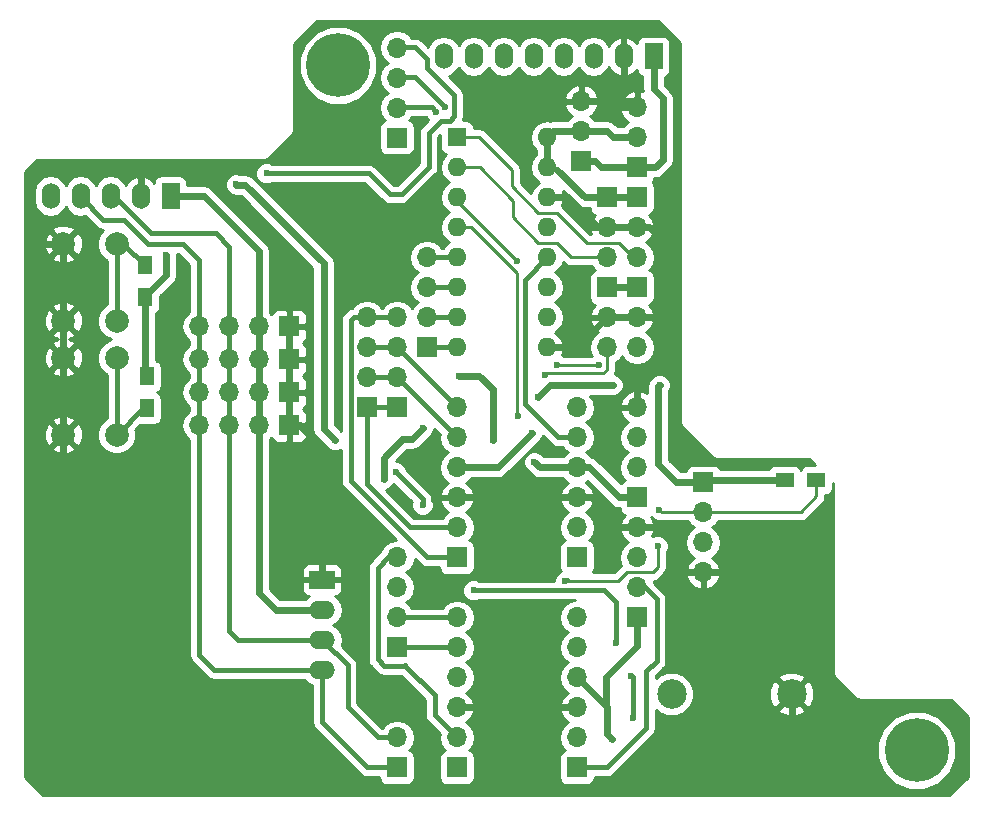
<source format=gtl>
G04 #@! TF.FileFunction,Copper,L1,Top,Signal*
%FSLAX46Y46*%
G04 Gerber Fmt 4.6, Leading zero omitted, Abs format (unit mm)*
G04 Created by KiCad (PCBNEW 4.0.5) date 11/02/17 16:44:31*
%MOMM*%
%LPD*%
G01*
G04 APERTURE LIST*
%ADD10C,0.100000*%
%ADD11C,5.400000*%
%ADD12R,1.700000X1.700000*%
%ADD13O,1.700000X1.700000*%
%ADD14R,1.600000X1.600000*%
%ADD15O,1.600000X1.600000*%
%ADD16R,2.199640X1.524000*%
%ADD17O,2.199640X1.524000*%
%ADD18C,2.499360*%
%ADD19R,1.524000X2.199640*%
%ADD20O,1.524000X2.199640*%
%ADD21R,1.300000X1.500000*%
%ADD22C,2.000000*%
%ADD23R,1.500000X1.300000*%
%ADD24C,0.600000*%
%ADD25C,0.600000*%
%ADD26C,0.250000*%
%ADD27C,0.400000*%
%ADD28C,0.254000*%
G04 APERTURE END LIST*
D10*
D11*
X173540000Y-123000000D03*
D12*
X145135600Y-73152000D03*
D13*
X145135600Y-70612000D03*
X145135600Y-68072000D03*
D14*
X134620000Y-71120000D03*
D15*
X142240000Y-88900000D03*
X134620000Y-73660000D03*
X142240000Y-86360000D03*
X134620000Y-76200000D03*
X142240000Y-83820000D03*
X134620000Y-78740000D03*
X142240000Y-81280000D03*
X134620000Y-81280000D03*
X142240000Y-78740000D03*
X134620000Y-83820000D03*
X142240000Y-76200000D03*
X134620000Y-86360000D03*
X142240000Y-73660000D03*
X134620000Y-88900000D03*
X142240000Y-71120000D03*
D13*
X134620000Y-93980000D03*
X134620000Y-96520000D03*
X134620000Y-99060000D03*
X134620000Y-101600000D03*
X134620000Y-104140000D03*
D12*
X134620000Y-106680000D03*
X144780000Y-106680000D03*
D13*
X144780000Y-104140000D03*
X144780000Y-101600000D03*
X144780000Y-99060000D03*
X144780000Y-96520000D03*
X144780000Y-93980000D03*
X134620000Y-111760000D03*
X134620000Y-114300000D03*
X134620000Y-116840000D03*
X134620000Y-119380000D03*
X134620000Y-121920000D03*
D12*
X134620000Y-124460000D03*
X144780000Y-124460000D03*
D13*
X144780000Y-121920000D03*
X144780000Y-119380000D03*
X144780000Y-116840000D03*
X144780000Y-114300000D03*
X144780000Y-111760000D03*
D12*
X149860000Y-101600000D03*
D13*
X149860000Y-99060000D03*
X149860000Y-96520000D03*
X149860000Y-93980000D03*
D12*
X149860000Y-76200000D03*
D13*
X149860000Y-78740000D03*
X149860000Y-81280000D03*
D12*
X147320000Y-76200000D03*
D13*
X147320000Y-78740000D03*
X147320000Y-81280000D03*
D12*
X149860000Y-83820000D03*
D13*
X149860000Y-86360000D03*
X149860000Y-88900000D03*
D12*
X147320000Y-83820000D03*
D13*
X147320000Y-86360000D03*
X147320000Y-88900000D03*
D12*
X129540000Y-93980000D03*
D13*
X129540000Y-91440000D03*
X129540000Y-88900000D03*
X129540000Y-86360000D03*
D12*
X129540000Y-114300000D03*
D13*
X129540000Y-111760000D03*
X129540000Y-109220000D03*
X129540000Y-106680000D03*
D12*
X127000000Y-93980000D03*
D13*
X127000000Y-91440000D03*
X127000000Y-88900000D03*
X127000000Y-86360000D03*
D12*
X149860000Y-111760000D03*
D13*
X149860000Y-109220000D03*
X149860000Y-106680000D03*
X149860000Y-104140000D03*
D12*
X149860000Y-73660000D03*
D13*
X149860000Y-71120000D03*
X149860000Y-68580000D03*
D12*
X132080000Y-88900000D03*
D13*
X132080000Y-86360000D03*
X132080000Y-83820000D03*
X132080000Y-81280000D03*
D16*
X123190000Y-108585000D03*
D17*
X123190000Y-111125000D03*
X123190000Y-113665000D03*
X123190000Y-116205000D03*
D12*
X129540000Y-124460000D03*
D13*
X129540000Y-121920000D03*
D18*
X162941000Y-118237000D03*
X152781000Y-118237000D03*
D19*
X110363000Y-76073000D03*
D20*
X107823000Y-76073000D03*
X105283000Y-76073000D03*
X102743000Y-76073000D03*
X100203000Y-76073000D03*
D19*
X151257000Y-64262000D03*
D20*
X148717000Y-64262000D03*
X146177000Y-64262000D03*
X143637000Y-64262000D03*
X141097000Y-64262000D03*
X138557000Y-64262000D03*
X136017000Y-64262000D03*
X133477000Y-64262000D03*
D21*
X108331000Y-94060000D03*
X108331000Y-91360000D03*
X108204000Y-81962000D03*
X108204000Y-84662000D03*
D22*
X101291000Y-89789000D03*
X105791000Y-89789000D03*
X101291000Y-96289000D03*
X105791000Y-96289000D03*
X101291000Y-80137000D03*
X105791000Y-80137000D03*
X101291000Y-86637000D03*
X105791000Y-86637000D03*
D23*
X162353000Y-100139500D03*
X165053000Y-100139500D03*
D12*
X155448000Y-100330000D03*
D13*
X155448000Y-102870000D03*
X155448000Y-105410000D03*
X155448000Y-107950000D03*
D12*
X120396000Y-87122000D03*
D13*
X117856000Y-87122000D03*
X115316000Y-87122000D03*
X112776000Y-87122000D03*
D12*
X120396000Y-89916000D03*
D13*
X117856000Y-89916000D03*
X115316000Y-89916000D03*
X112776000Y-89916000D03*
D12*
X120396000Y-92710000D03*
D13*
X117856000Y-92710000D03*
X115316000Y-92710000D03*
X112776000Y-92710000D03*
D12*
X120396000Y-95504000D03*
D13*
X117856000Y-95504000D03*
X115316000Y-95504000D03*
X112776000Y-95504000D03*
D12*
X129540000Y-71125080D03*
D13*
X129540000Y-68585080D03*
X129540000Y-66045080D03*
X129540000Y-63505080D03*
D11*
X124540000Y-65000000D03*
D24*
X147828000Y-92075000D03*
X141478000Y-93091000D03*
X140970000Y-96139000D03*
X151765000Y-92075000D03*
X141152880Y-98602800D03*
X137632440Y-96702880D03*
X134762240Y-91328240D03*
X131749800Y-95707200D03*
X128397000Y-100015040D03*
X124282200Y-96774000D03*
X115925600Y-75102720D03*
X109956600Y-81092040D03*
X147701000Y-122047000D03*
X152665002Y-80645000D03*
X139730480Y-81584800D03*
X143052800Y-90357960D03*
X146639280Y-90388440D03*
X142082520Y-91257120D03*
X139811760Y-94716600D03*
X131699000Y-102235000D03*
X136017000Y-109474000D03*
X148082000Y-113919000D03*
X149352000Y-116713000D03*
X149479000Y-120269000D03*
X133604000Y-68580000D03*
X129413000Y-99441000D03*
X151749760Y-102656640D03*
X151627840Y-105704640D03*
X132842000Y-68961000D03*
X143764000Y-108712000D03*
X118491000Y-74168000D03*
D25*
X110363000Y-76073000D02*
X113157000Y-76073000D01*
X117856000Y-80772000D02*
X117856000Y-87122000D01*
X113157000Y-76073000D02*
X117856000Y-80772000D01*
X162353000Y-100139500D02*
X155638500Y-100139500D01*
X155638500Y-100139500D02*
X155448000Y-100330000D01*
X117856000Y-89916000D02*
X117856000Y-92710000D01*
X117856000Y-95504000D02*
X117856000Y-92710000D01*
X117856000Y-87122000D02*
X117856000Y-95504000D01*
X147828000Y-92075000D02*
X146304000Y-92075000D01*
X146304000Y-92075000D02*
X142494000Y-92075000D01*
X142494000Y-92075000D02*
X141478000Y-93091000D01*
X140970000Y-96139000D02*
X138049000Y-99060000D01*
X138049000Y-99060000D02*
X134620000Y-99060000D01*
X153162000Y-100330000D02*
X155448000Y-100330000D01*
X151638000Y-98806000D02*
X153162000Y-100330000D01*
X151638000Y-92202000D02*
X151638000Y-98806000D01*
X151765000Y-92075000D02*
X151638000Y-92202000D01*
X117856000Y-95504000D02*
X117856000Y-109728000D01*
X117856000Y-109728000D02*
X119253000Y-111125000D01*
X119253000Y-111125000D02*
X123190000Y-111125000D01*
X155448000Y-100330000D02*
X154940000Y-100330000D01*
X151257000Y-64262000D02*
X151257000Y-67056000D01*
X151384000Y-73660000D02*
X149860000Y-73660000D01*
X152019000Y-73025000D02*
X151384000Y-73660000D01*
X152019000Y-67818000D02*
X152019000Y-73025000D01*
X151257000Y-67056000D02*
X152019000Y-67818000D01*
X145135600Y-73152000D02*
X146304000Y-73152000D01*
X146812000Y-73660000D02*
X149860000Y-73660000D01*
X146304000Y-73152000D02*
X146812000Y-73660000D01*
X108204000Y-84662000D02*
X108204000Y-84551520D01*
X108204000Y-84551520D02*
X109956600Y-82798920D01*
X141610080Y-99060000D02*
X144780000Y-99060000D01*
X141152880Y-98602800D02*
X141610080Y-99060000D01*
X137632440Y-92425520D02*
X137632440Y-96702880D01*
X136514840Y-91307920D02*
X137632440Y-92425520D01*
X134782560Y-91307920D02*
X136514840Y-91307920D01*
X134762240Y-91328240D02*
X134782560Y-91307920D01*
X130794760Y-96662240D02*
X131749800Y-95707200D01*
X129997200Y-96662240D02*
X130794760Y-96662240D01*
X128437640Y-98221800D02*
X129997200Y-96662240D01*
X128437640Y-99974400D02*
X128437640Y-98221800D01*
X128397000Y-100015040D02*
X128437640Y-99974400D01*
X123317000Y-95808800D02*
X124282200Y-96774000D01*
X123317000Y-81762600D02*
X123317000Y-95808800D01*
X116677440Y-75123040D02*
X123317000Y-81762600D01*
X115945920Y-75123040D02*
X116677440Y-75123040D01*
X115925600Y-75102720D02*
X115945920Y-75123040D01*
X109956600Y-82798920D02*
X109956600Y-81092040D01*
X147193000Y-119253000D02*
X147193000Y-116840000D01*
X147320000Y-119380000D02*
X147193000Y-119253000D01*
X147193000Y-119253000D02*
X144780000Y-116840000D01*
X147320000Y-121666000D02*
X147320000Y-119380000D01*
X147701000Y-122047000D02*
X147320000Y-121666000D01*
X142240000Y-73660000D02*
X142494000Y-73660000D01*
X143065500Y-73850500D02*
X145415000Y-76200000D01*
X145415000Y-76200000D02*
X147320000Y-76200000D01*
X144780000Y-99060000D02*
X145796000Y-99060000D01*
X148336000Y-101600000D02*
X149860000Y-101600000D01*
X145796000Y-99060000D02*
X148336000Y-101600000D01*
X147193000Y-116840000D02*
X149860000Y-114173000D01*
X149860000Y-114173000D02*
X149860000Y-111760000D01*
X108204000Y-84662000D02*
X108204000Y-91233000D01*
X108204000Y-91233000D02*
X108331000Y-91360000D01*
X147320000Y-83820000D02*
X149860000Y-83820000D01*
X142240000Y-71120000D02*
X142240000Y-73660000D01*
X145135600Y-70612000D02*
X142748000Y-70612000D01*
X142748000Y-70612000D02*
X142240000Y-71120000D01*
X145135600Y-70612000D02*
X147320000Y-70612000D01*
X147828000Y-71120000D02*
X149860000Y-71120000D01*
X147320000Y-70612000D02*
X147828000Y-71120000D01*
X147320000Y-76200000D02*
X149860000Y-76200000D01*
X107823000Y-76073000D02*
X107823000Y-74549000D01*
X99187000Y-80137000D02*
X101291000Y-80137000D01*
X98298000Y-79248000D02*
X99187000Y-80137000D01*
X98298000Y-74676000D02*
X98298000Y-79248000D01*
X99060000Y-73914000D02*
X98298000Y-74676000D01*
X107188000Y-73914000D02*
X99060000Y-73914000D01*
X107823000Y-74549000D02*
X107188000Y-73914000D01*
X107823000Y-76073000D02*
X107823000Y-76835000D01*
X149860000Y-86360000D02*
X151130000Y-86360000D01*
X151130000Y-86360000D02*
X152654000Y-87884000D01*
X152654000Y-87884000D02*
X152654000Y-89281000D01*
X152654000Y-89281000D02*
X149860000Y-92075000D01*
X149860000Y-92075000D02*
X149860000Y-93980000D01*
X152665002Y-80645000D02*
X152781000Y-80645000D01*
X120396000Y-92710000D02*
X120396000Y-95504000D01*
X120396000Y-87122000D02*
X120396000Y-89916000D01*
X101291000Y-80137000D02*
X101291000Y-86637000D01*
X101291000Y-96289000D02*
X101291000Y-89789000D01*
X120396000Y-87122000D02*
X120396000Y-95504000D01*
X152654000Y-87884000D02*
X152654000Y-89281000D01*
X149860000Y-92075000D02*
X149860000Y-93980000D01*
X152654000Y-89281000D02*
X149860000Y-92075000D01*
X142240000Y-88900000D02*
X144780000Y-88900000D01*
X144780000Y-88900000D02*
X147320000Y-86360000D01*
X155448000Y-107950000D02*
X154178000Y-107950000D01*
X151892000Y-104140000D02*
X149860000Y-104140000D01*
X153289000Y-105537000D02*
X151892000Y-104140000D01*
X153289000Y-107061000D02*
X153289000Y-105537000D01*
X154178000Y-107950000D02*
X153289000Y-107061000D01*
X149860000Y-104140000D02*
X148463000Y-104140000D01*
X148463000Y-104140000D02*
X145923000Y-101600000D01*
X145923000Y-101600000D02*
X144780000Y-101600000D01*
X134620000Y-101600000D02*
X144780000Y-101600000D01*
X120396000Y-95504000D02*
X121285000Y-95504000D01*
X121285000Y-95504000D02*
X123190000Y-97409000D01*
X123190000Y-97409000D02*
X123190000Y-108585000D01*
X145135600Y-68072000D02*
X146812000Y-68072000D01*
X148717000Y-66167000D02*
X148717000Y-64262000D01*
X146812000Y-68072000D02*
X148717000Y-66167000D01*
X145135600Y-68072000D02*
X149352000Y-68072000D01*
X149352000Y-68072000D02*
X149860000Y-68580000D01*
X152781000Y-88011000D02*
X152654000Y-87884000D01*
X152654000Y-87884000D02*
X151130000Y-86360000D01*
X151130000Y-86360000D02*
X147320000Y-86360000D01*
X101291000Y-80137000D02*
X100965000Y-80137000D01*
X149860000Y-78740000D02*
X150876000Y-78740000D01*
X152781000Y-80645000D02*
X152781000Y-88011000D01*
X150876000Y-78740000D02*
X152781000Y-80645000D01*
X142240000Y-76200000D02*
X144018000Y-76200000D01*
X144018000Y-76200000D02*
X146558000Y-78740000D01*
X146558000Y-78740000D02*
X149860000Y-78740000D01*
X162941000Y-118237000D02*
X162941000Y-124079000D01*
X134620000Y-119380000D02*
X136779000Y-119380000D01*
X139192000Y-121793000D02*
X139192000Y-126111000D01*
X136779000Y-119380000D02*
X139192000Y-121793000D01*
X144780000Y-119380000D02*
X143129000Y-119380000D01*
X141986000Y-120523000D02*
X141986000Y-126111000D01*
X143129000Y-119380000D02*
X141986000Y-120523000D01*
X101291000Y-80137000D02*
X101291000Y-103577000D01*
X101291000Y-113483000D02*
X112268000Y-124460000D01*
X112268000Y-124460000D02*
X125349000Y-124460000D01*
X125349000Y-124460000D02*
X127000000Y-126111000D01*
X127000000Y-126111000D02*
X139192000Y-126111000D01*
X101291000Y-103577000D02*
X101291000Y-113483000D01*
X162433000Y-107950000D02*
X155448000Y-107950000D01*
X165735000Y-111252000D02*
X165608000Y-111125000D01*
X165608000Y-111125000D02*
X162433000Y-107950000D01*
X165735000Y-121285000D02*
X165735000Y-111252000D01*
X162941000Y-124079000D02*
X165735000Y-121285000D01*
X160909000Y-126111000D02*
X162941000Y-124079000D01*
X139192000Y-126111000D02*
X141986000Y-126111000D01*
X141986000Y-126111000D02*
X160909000Y-126111000D01*
D26*
X149860000Y-81280000D02*
X149519640Y-81280000D01*
X149519640Y-81280000D02*
X148295360Y-80055720D01*
X148295360Y-80055720D02*
X145587720Y-80055720D01*
X145587720Y-80055720D02*
X143057880Y-77525880D01*
X143057880Y-77525880D02*
X141513560Y-77525880D01*
X141513560Y-77525880D02*
X139252960Y-75265280D01*
X139252960Y-75265280D02*
X139252960Y-73863200D01*
X139252960Y-73863200D02*
X136509760Y-71120000D01*
X136509760Y-71120000D02*
X134620000Y-71120000D01*
X147320000Y-81280000D02*
X144312640Y-81280000D01*
X136530080Y-73660000D02*
X134620000Y-73660000D01*
X139334240Y-76464160D02*
X136530080Y-73660000D01*
X139334240Y-77866240D02*
X139334240Y-76464160D01*
X141488160Y-80020160D02*
X139334240Y-77866240D01*
X143052800Y-80020160D02*
X141488160Y-80020160D01*
X144312640Y-81280000D02*
X143052800Y-80020160D01*
X134620000Y-76200000D02*
X134620000Y-76474320D01*
X134620000Y-76474320D02*
X139730480Y-81584800D01*
X143052800Y-90357960D02*
X143083280Y-90388440D01*
X143083280Y-90388440D02*
X146639280Y-90388440D01*
X134620000Y-78740000D02*
X135839200Y-78740000D01*
X147320000Y-90774520D02*
X147320000Y-88900000D01*
X146989800Y-91104720D02*
X147320000Y-90774520D01*
X142234920Y-91104720D02*
X146989800Y-91104720D01*
X142082520Y-91257120D02*
X142234920Y-91104720D01*
X139674600Y-94579440D02*
X139811760Y-94716600D01*
X139674600Y-82575400D02*
X139674600Y-94579440D01*
X135839200Y-78740000D02*
X139674600Y-82575400D01*
D27*
X112776000Y-92710000D02*
X112776000Y-95504000D01*
X112776000Y-89916000D02*
X112776000Y-92710000D01*
X112776000Y-87122000D02*
X112776000Y-95504000D01*
X123190000Y-116205000D02*
X123190000Y-120650000D01*
X127000000Y-124460000D02*
X129540000Y-124460000D01*
X123190000Y-120650000D02*
X127000000Y-124460000D01*
X112776000Y-95504000D02*
X112776000Y-114935000D01*
X114046000Y-116205000D02*
X123190000Y-116205000D01*
X112776000Y-114935000D02*
X114046000Y-116205000D01*
X102743000Y-76073000D02*
X102743000Y-76200000D01*
X102743000Y-76200000D02*
X104648000Y-78105000D01*
X104648000Y-78105000D02*
X106426000Y-78105000D01*
X106426000Y-78105000D02*
X108458000Y-80137000D01*
X108458000Y-80137000D02*
X111379000Y-80137000D01*
X111379000Y-80137000D02*
X112776000Y-81534000D01*
X112776000Y-81534000D02*
X112776000Y-87122000D01*
X115316000Y-89916000D02*
X115316000Y-87122000D01*
X115316000Y-92710000D02*
X115316000Y-89916000D01*
X115316000Y-87122000D02*
X115316000Y-95504000D01*
X129540000Y-121920000D02*
X127889000Y-121920000D01*
X125349000Y-115824000D02*
X123190000Y-113665000D01*
X125349000Y-119380000D02*
X125349000Y-115824000D01*
X127889000Y-121920000D02*
X125349000Y-119380000D01*
X115316000Y-95504000D02*
X115316000Y-112903000D01*
X115316000Y-112903000D02*
X116078000Y-113665000D01*
X116078000Y-113665000D02*
X123190000Y-113665000D01*
X105283000Y-76073000D02*
X105537000Y-76073000D01*
X105537000Y-76073000D02*
X108712000Y-79248000D01*
X115316000Y-80391000D02*
X115316000Y-87122000D01*
X114173000Y-79248000D02*
X115316000Y-80391000D01*
X108712000Y-79248000D02*
X114173000Y-79248000D01*
X134620000Y-104140000D02*
X130637280Y-104140000D01*
X127000000Y-100502720D02*
X127000000Y-93980000D01*
X130637280Y-104140000D02*
X127000000Y-100502720D01*
X127000000Y-93980000D02*
X129540000Y-93980000D01*
X129540000Y-91440000D02*
X134620000Y-96520000D01*
X127000000Y-91440000D02*
X129540000Y-91440000D01*
X129540000Y-88900000D02*
X134620000Y-93980000D01*
X127000000Y-88900000D02*
X129540000Y-88900000D01*
X127000000Y-86360000D02*
X125857000Y-86360000D01*
X132080000Y-106680000D02*
X134620000Y-106680000D01*
X125603000Y-100203000D02*
X132080000Y-106680000D01*
X125603000Y-86614000D02*
X125603000Y-100203000D01*
X125857000Y-86360000D02*
X125603000Y-86614000D01*
X127000000Y-86360000D02*
X126746000Y-86360000D01*
X127000000Y-86360000D02*
X129540000Y-86360000D01*
X144780000Y-124460000D02*
X147320000Y-124460000D01*
X151511000Y-110236000D02*
X150495000Y-109220000D01*
X151511000Y-115443000D02*
X151511000Y-110236000D01*
X150622000Y-116332000D02*
X151511000Y-115443000D01*
X150622000Y-121158000D02*
X150622000Y-116332000D01*
X147320000Y-124460000D02*
X150622000Y-121158000D01*
X150495000Y-109220000D02*
X149860000Y-109220000D01*
X129540000Y-114300000D02*
X134620000Y-114300000D01*
X134620000Y-111760000D02*
X129540000Y-111760000D01*
X130238500Y-115887500D02*
X128460500Y-115887500D01*
X127889000Y-107569000D02*
X128778000Y-106680000D01*
X127889000Y-115316000D02*
X127889000Y-107569000D01*
X128460500Y-115887500D02*
X127889000Y-115316000D01*
X128778000Y-106680000D02*
X129540000Y-106680000D01*
X134620000Y-121920000D02*
X132715000Y-120015000D01*
X132715000Y-118364000D02*
X130238500Y-115887500D01*
X130238500Y-115887500D02*
X130175000Y-115824000D01*
X132715000Y-120015000D02*
X132715000Y-118364000D01*
X144780000Y-96520000D02*
X143129000Y-96520000D01*
X140335000Y-83185000D02*
X142240000Y-81280000D01*
X140335000Y-93726000D02*
X140335000Y-83185000D01*
X143129000Y-96520000D02*
X140335000Y-93726000D01*
X132080000Y-88900000D02*
X134620000Y-88900000D01*
X132080000Y-86360000D02*
X134620000Y-86360000D01*
X132080000Y-83820000D02*
X134620000Y-83820000D01*
X132080000Y-81280000D02*
X134620000Y-81280000D01*
X129413000Y-99441000D02*
X131699000Y-101727000D01*
X131699000Y-101727000D02*
X131699000Y-102235000D01*
X136017000Y-109474000D02*
X143891000Y-109474000D01*
X143891000Y-109474000D02*
X147066000Y-109474000D01*
X147066000Y-109474000D02*
X148082000Y-110490000D01*
X148082000Y-110490000D02*
X148082000Y-113919000D01*
X149352000Y-116713000D02*
X149479000Y-116840000D01*
X149479000Y-116840000D02*
X149479000Y-120269000D01*
X131064000Y-66040000D02*
X129540000Y-66040000D01*
X131064000Y-66040000D02*
X133604000Y-68580000D01*
D26*
X165053000Y-100139500D02*
X165053000Y-101520000D01*
X163703000Y-102870000D02*
X155448000Y-102870000D01*
X165053000Y-101520000D02*
X163703000Y-102870000D01*
X143764000Y-108712000D02*
X148254720Y-108712000D01*
X151963120Y-102870000D02*
X155448000Y-102870000D01*
X151749760Y-102656640D02*
X151963120Y-102870000D01*
X151627840Y-107492800D02*
X151627840Y-105704640D01*
X151180800Y-107939840D02*
X151627840Y-107492800D01*
X149026880Y-107939840D02*
X151180800Y-107939840D01*
X148254720Y-108712000D02*
X149026880Y-107939840D01*
D27*
X132461000Y-68580000D02*
X132842000Y-68961000D01*
X132461000Y-68580000D02*
X129540000Y-68580000D01*
X143764000Y-108712000D02*
X143891000Y-108585000D01*
X105791000Y-96289000D02*
X105791000Y-89789000D01*
X108331000Y-94060000D02*
X108020000Y-94060000D01*
X108020000Y-94060000D02*
X105791000Y-96289000D01*
X134366000Y-68707000D02*
X134366000Y-69342000D01*
X131064000Y-63500000D02*
X132080000Y-64516000D01*
X132080000Y-64516000D02*
X132080000Y-65278000D01*
X132080000Y-65278000D02*
X134366000Y-67564000D01*
X134366000Y-67564000D02*
X134366000Y-68707000D01*
X127127000Y-74168000D02*
X118491000Y-74168000D01*
X128905000Y-75946000D02*
X127127000Y-74168000D01*
X129921000Y-75946000D02*
X128905000Y-75946000D01*
X131064000Y-63500000D02*
X129540000Y-63500000D01*
X132207000Y-73660000D02*
X129921000Y-75946000D01*
X132207000Y-70739000D02*
X132207000Y-73660000D01*
X133223000Y-69723000D02*
X132207000Y-70739000D01*
X133985000Y-69723000D02*
X133223000Y-69723000D01*
X134366000Y-69342000D02*
X133985000Y-69723000D01*
X129540000Y-63500000D02*
X130302000Y-63500000D01*
X105791000Y-86637000D02*
X105791000Y-80137000D01*
X105791000Y-80137000D02*
X106379000Y-80137000D01*
X106379000Y-80137000D02*
X108204000Y-81962000D01*
D28*
G36*
X153531500Y-63159092D02*
X153531500Y-95186500D01*
X153585546Y-95458205D01*
X153739454Y-95688546D01*
X156152454Y-98101546D01*
X156382795Y-98255454D01*
X156654500Y-98309500D01*
X164424908Y-98309500D01*
X164957468Y-98842060D01*
X164303000Y-98842060D01*
X164067683Y-98886338D01*
X163851559Y-99025410D01*
X163706569Y-99237610D01*
X163703919Y-99250697D01*
X163567090Y-99038059D01*
X163354890Y-98893069D01*
X163103000Y-98842060D01*
X161603000Y-98842060D01*
X161367683Y-98886338D01*
X161151559Y-99025410D01*
X161029192Y-99204500D01*
X156875305Y-99204500D01*
X156762090Y-99028559D01*
X156549890Y-98883569D01*
X156298000Y-98832560D01*
X154598000Y-98832560D01*
X154362683Y-98876838D01*
X154146559Y-99015910D01*
X154001569Y-99228110D01*
X153967773Y-99395000D01*
X153549290Y-99395000D01*
X152573000Y-98418710D01*
X152573000Y-92567257D01*
X152699838Y-92261799D01*
X152700162Y-91889833D01*
X152558117Y-91546057D01*
X152295327Y-91282808D01*
X151951799Y-91140162D01*
X151579833Y-91139838D01*
X151236057Y-91281883D01*
X150972808Y-91544673D01*
X150970352Y-91550587D01*
X150774173Y-91844191D01*
X150703000Y-92202000D01*
X150703000Y-92766803D01*
X150216892Y-92538514D01*
X149987000Y-92659181D01*
X149987000Y-93853000D01*
X150007000Y-93853000D01*
X150007000Y-94107000D01*
X149987000Y-94107000D01*
X149987000Y-94127000D01*
X149733000Y-94127000D01*
X149733000Y-94107000D01*
X148539845Y-94107000D01*
X148418524Y-94336890D01*
X148588355Y-94746924D01*
X148978642Y-95175183D01*
X149121553Y-95242298D01*
X148780853Y-95469946D01*
X148458946Y-95951715D01*
X148345907Y-96520000D01*
X148458946Y-97088285D01*
X148780853Y-97570054D01*
X149110026Y-97790000D01*
X148780853Y-98009946D01*
X148458946Y-98491715D01*
X148345907Y-99060000D01*
X148458946Y-99628285D01*
X148780853Y-100110054D01*
X148822452Y-100137850D01*
X148774683Y-100146838D01*
X148558559Y-100285910D01*
X148471547Y-100413257D01*
X146457145Y-98398855D01*
X146153809Y-98196173D01*
X145957487Y-98157122D01*
X145859147Y-98009946D01*
X145529974Y-97790000D01*
X145859147Y-97570054D01*
X146181054Y-97088285D01*
X146294093Y-96520000D01*
X146181054Y-95951715D01*
X145859147Y-95469946D01*
X145529974Y-95250000D01*
X145859147Y-95030054D01*
X146181054Y-94548285D01*
X146294093Y-93980000D01*
X146223104Y-93623110D01*
X148418524Y-93623110D01*
X148539845Y-93853000D01*
X149733000Y-93853000D01*
X149733000Y-92659181D01*
X149503108Y-92538514D01*
X148978642Y-92784817D01*
X148588355Y-93213076D01*
X148418524Y-93623110D01*
X146223104Y-93623110D01*
X146181054Y-93411715D01*
X145912637Y-93010000D01*
X147827184Y-93010000D01*
X148013167Y-93010162D01*
X148356943Y-92868117D01*
X148620192Y-92605327D01*
X148762838Y-92261799D01*
X148763162Y-91889833D01*
X148621117Y-91546057D01*
X148358327Y-91282808D01*
X148014799Y-91140162D01*
X147972192Y-91140125D01*
X148022148Y-91065360D01*
X148080000Y-90774520D01*
X148080000Y-90163301D01*
X148399147Y-89950054D01*
X148590000Y-89664422D01*
X148780853Y-89950054D01*
X149262622Y-90271961D01*
X149830907Y-90385000D01*
X149889093Y-90385000D01*
X150457378Y-90271961D01*
X150939147Y-89950054D01*
X151261054Y-89468285D01*
X151374093Y-88900000D01*
X151261054Y-88331715D01*
X150939147Y-87849946D01*
X150598447Y-87622298D01*
X150741358Y-87555183D01*
X151131645Y-87126924D01*
X151301476Y-86716890D01*
X151180155Y-86487000D01*
X149987000Y-86487000D01*
X149987000Y-86507000D01*
X149733000Y-86507000D01*
X149733000Y-86487000D01*
X147447000Y-86487000D01*
X147447000Y-86507000D01*
X147193000Y-86507000D01*
X147193000Y-86487000D01*
X145999845Y-86487000D01*
X145878524Y-86716890D01*
X146048355Y-87126924D01*
X146438642Y-87555183D01*
X146581553Y-87622298D01*
X146240853Y-87849946D01*
X145918946Y-88331715D01*
X145805907Y-88900000D01*
X145918946Y-89468285D01*
X146025958Y-89628440D01*
X143645690Y-89628440D01*
X143583127Y-89565768D01*
X143512813Y-89536571D01*
X143631904Y-89249039D01*
X143509915Y-89027000D01*
X142367000Y-89027000D01*
X142367000Y-89047000D01*
X142113000Y-89047000D01*
X142113000Y-89027000D01*
X142093000Y-89027000D01*
X142093000Y-88773000D01*
X142113000Y-88773000D01*
X142113000Y-88753000D01*
X142367000Y-88753000D01*
X142367000Y-88773000D01*
X143509915Y-88773000D01*
X143631904Y-88550961D01*
X143471041Y-88162577D01*
X143095134Y-87747611D01*
X142878297Y-87644986D01*
X143282811Y-87374698D01*
X143593880Y-86909151D01*
X143703113Y-86360000D01*
X143593880Y-85810849D01*
X143282811Y-85345302D01*
X142900725Y-85090000D01*
X143282811Y-84834698D01*
X143593880Y-84369151D01*
X143703113Y-83820000D01*
X143593880Y-83270849D01*
X143282811Y-82805302D01*
X142900725Y-82550000D01*
X143282811Y-82294698D01*
X143593880Y-81829151D01*
X143625919Y-81668081D01*
X143775239Y-81817401D01*
X144021801Y-81982148D01*
X144312640Y-82040000D01*
X146047046Y-82040000D01*
X146240853Y-82330054D01*
X146282452Y-82357850D01*
X146234683Y-82366838D01*
X146018559Y-82505910D01*
X145873569Y-82718110D01*
X145822560Y-82970000D01*
X145822560Y-84670000D01*
X145866838Y-84905317D01*
X146005910Y-85121441D01*
X146218110Y-85266431D01*
X146326107Y-85288301D01*
X146048355Y-85593076D01*
X145878524Y-86003110D01*
X145999845Y-86233000D01*
X147193000Y-86233000D01*
X147193000Y-86213000D01*
X147447000Y-86213000D01*
X147447000Y-86233000D01*
X149733000Y-86233000D01*
X149733000Y-86213000D01*
X149987000Y-86213000D01*
X149987000Y-86233000D01*
X151180155Y-86233000D01*
X151301476Y-86003110D01*
X151131645Y-85593076D01*
X150855499Y-85290063D01*
X150945317Y-85273162D01*
X151161441Y-85134090D01*
X151306431Y-84921890D01*
X151357440Y-84670000D01*
X151357440Y-82970000D01*
X151313162Y-82734683D01*
X151174090Y-82518559D01*
X150961890Y-82373569D01*
X150894459Y-82359914D01*
X150939147Y-82330054D01*
X151261054Y-81848285D01*
X151374093Y-81280000D01*
X151261054Y-80711715D01*
X150939147Y-80229946D01*
X150598447Y-80002298D01*
X150741358Y-79935183D01*
X151131645Y-79506924D01*
X151301476Y-79096890D01*
X151180155Y-78867000D01*
X149987000Y-78867000D01*
X149987000Y-78887000D01*
X149733000Y-78887000D01*
X149733000Y-78867000D01*
X147447000Y-78867000D01*
X147447000Y-78887000D01*
X147193000Y-78887000D01*
X147193000Y-78867000D01*
X145999845Y-78867000D01*
X145878524Y-79096890D01*
X145960877Y-79295720D01*
X145902522Y-79295720D01*
X143595281Y-76988479D01*
X143481408Y-76912392D01*
X143631904Y-76549039D01*
X143509915Y-76327000D01*
X142367000Y-76327000D01*
X142367000Y-76347000D01*
X142113000Y-76347000D01*
X142113000Y-76327000D01*
X142093000Y-76327000D01*
X142093000Y-76073000D01*
X142113000Y-76073000D01*
X142113000Y-76053000D01*
X142367000Y-76053000D01*
X142367000Y-76073000D01*
X143509915Y-76073000D01*
X143631904Y-75850961D01*
X143552882Y-75660172D01*
X144753855Y-76861145D01*
X145057191Y-77063827D01*
X145415000Y-77135000D01*
X145838554Y-77135000D01*
X145866838Y-77285317D01*
X146005910Y-77501441D01*
X146218110Y-77646431D01*
X146326107Y-77668301D01*
X146048355Y-77973076D01*
X145878524Y-78383110D01*
X145999845Y-78613000D01*
X147193000Y-78613000D01*
X147193000Y-78593000D01*
X147447000Y-78593000D01*
X147447000Y-78613000D01*
X149733000Y-78613000D01*
X149733000Y-78593000D01*
X149987000Y-78593000D01*
X149987000Y-78613000D01*
X151180155Y-78613000D01*
X151301476Y-78383110D01*
X151131645Y-77973076D01*
X150855499Y-77670063D01*
X150945317Y-77653162D01*
X151161441Y-77514090D01*
X151306431Y-77301890D01*
X151357440Y-77050000D01*
X151357440Y-75350000D01*
X151313162Y-75114683D01*
X151192985Y-74927923D01*
X151306431Y-74761890D01*
X151340227Y-74595000D01*
X151384000Y-74595000D01*
X151741809Y-74523827D01*
X152045145Y-74321145D01*
X152680145Y-73686145D01*
X152794303Y-73515295D01*
X152882827Y-73382809D01*
X152954000Y-73025000D01*
X152954000Y-67818000D01*
X152882827Y-67460191D01*
X152680145Y-67156855D01*
X152192000Y-66668710D01*
X152192000Y-65976708D01*
X152254317Y-65964982D01*
X152470441Y-65825910D01*
X152615431Y-65613710D01*
X152666440Y-65361820D01*
X152666440Y-63162180D01*
X152622162Y-62926863D01*
X152483090Y-62710739D01*
X152270890Y-62565749D01*
X152019000Y-62514740D01*
X150495000Y-62514740D01*
X150259683Y-62559018D01*
X150043559Y-62698090D01*
X149898569Y-62910290D01*
X149852079Y-63139867D01*
X149615026Y-62846550D01*
X149134277Y-62584920D01*
X149060070Y-62569960D01*
X148844000Y-62692460D01*
X148844000Y-64135000D01*
X148864000Y-64135000D01*
X148864000Y-64389000D01*
X148844000Y-64389000D01*
X148844000Y-65831540D01*
X149060070Y-65954040D01*
X149134277Y-65939080D01*
X149615026Y-65677450D01*
X149851819Y-65384454D01*
X149891838Y-65597137D01*
X150030910Y-65813261D01*
X150243110Y-65958251D01*
X150322000Y-65974227D01*
X150322000Y-67056000D01*
X150350935Y-67201464D01*
X150216892Y-67138514D01*
X149987000Y-67259181D01*
X149987000Y-68453000D01*
X150007000Y-68453000D01*
X150007000Y-68707000D01*
X149987000Y-68707000D01*
X149987000Y-68727000D01*
X149733000Y-68727000D01*
X149733000Y-68707000D01*
X148539845Y-68707000D01*
X148418524Y-68936890D01*
X148588355Y-69346924D01*
X148978642Y-69775183D01*
X149121553Y-69842298D01*
X148780853Y-70069946D01*
X148703977Y-70185000D01*
X148215290Y-70185000D01*
X147981145Y-69950855D01*
X147677809Y-69748173D01*
X147320000Y-69677000D01*
X146291623Y-69677000D01*
X146214747Y-69561946D01*
X145874047Y-69334298D01*
X146016958Y-69267183D01*
X146407245Y-68838924D01*
X146577076Y-68428890D01*
X146468479Y-68223110D01*
X148418524Y-68223110D01*
X148539845Y-68453000D01*
X149733000Y-68453000D01*
X149733000Y-67259181D01*
X149503108Y-67138514D01*
X148978642Y-67384817D01*
X148588355Y-67813076D01*
X148418524Y-68223110D01*
X146468479Y-68223110D01*
X146455755Y-68199000D01*
X145262600Y-68199000D01*
X145262600Y-68219000D01*
X145008600Y-68219000D01*
X145008600Y-68199000D01*
X143815445Y-68199000D01*
X143694124Y-68428890D01*
X143863955Y-68838924D01*
X144254242Y-69267183D01*
X144397153Y-69334298D01*
X144056453Y-69561946D01*
X143979577Y-69677000D01*
X142748000Y-69677000D01*
X142487948Y-69728728D01*
X142268113Y-69685000D01*
X142211887Y-69685000D01*
X141662736Y-69794233D01*
X141197189Y-70105302D01*
X140886120Y-70570849D01*
X140776887Y-71120000D01*
X140886120Y-71669151D01*
X141197189Y-72134698D01*
X141305000Y-72206735D01*
X141305000Y-72573265D01*
X141197189Y-72645302D01*
X140886120Y-73110849D01*
X140776887Y-73660000D01*
X140886120Y-74209151D01*
X141197189Y-74674698D01*
X141601703Y-74944986D01*
X141384866Y-75047611D01*
X141008959Y-75462577D01*
X140867235Y-75804753D01*
X140012960Y-74950478D01*
X140012960Y-73863200D01*
X139955108Y-73572361D01*
X139790361Y-73325799D01*
X137047161Y-70582599D01*
X136800599Y-70417852D01*
X136509760Y-70360000D01*
X136067440Y-70360000D01*
X136067440Y-70320000D01*
X136023162Y-70084683D01*
X135884090Y-69868559D01*
X135671890Y-69723569D01*
X135420000Y-69672560D01*
X135130076Y-69672560D01*
X135137439Y-69661541D01*
X135201000Y-69342000D01*
X135201000Y-67715110D01*
X143694124Y-67715110D01*
X143815445Y-67945000D01*
X145008600Y-67945000D01*
X145008600Y-66751181D01*
X145262600Y-66751181D01*
X145262600Y-67945000D01*
X146455755Y-67945000D01*
X146577076Y-67715110D01*
X146407245Y-67305076D01*
X146016958Y-66876817D01*
X145492492Y-66630514D01*
X145262600Y-66751181D01*
X145008600Y-66751181D01*
X144778708Y-66630514D01*
X144254242Y-66876817D01*
X143863955Y-67305076D01*
X143694124Y-67715110D01*
X135201000Y-67715110D01*
X135201000Y-67564000D01*
X135137439Y-67244459D01*
X134956434Y-66973566D01*
X133924635Y-65941767D01*
X134011609Y-65924467D01*
X134464828Y-65621635D01*
X134747000Y-65199336D01*
X135029172Y-65621635D01*
X135482391Y-65924467D01*
X136017000Y-66030807D01*
X136551609Y-65924467D01*
X137004828Y-65621635D01*
X137287000Y-65199336D01*
X137569172Y-65621635D01*
X138022391Y-65924467D01*
X138557000Y-66030807D01*
X139091609Y-65924467D01*
X139544828Y-65621635D01*
X139827000Y-65199336D01*
X140109172Y-65621635D01*
X140562391Y-65924467D01*
X141097000Y-66030807D01*
X141631609Y-65924467D01*
X142084828Y-65621635D01*
X142367000Y-65199336D01*
X142649172Y-65621635D01*
X143102391Y-65924467D01*
X143637000Y-66030807D01*
X144171609Y-65924467D01*
X144624828Y-65621635D01*
X144907000Y-65199336D01*
X145189172Y-65621635D01*
X145642391Y-65924467D01*
X146177000Y-66030807D01*
X146711609Y-65924467D01*
X147164828Y-65621635D01*
X147455647Y-65186394D01*
X147474941Y-65251761D01*
X147818974Y-65677450D01*
X148299723Y-65939080D01*
X148373930Y-65954040D01*
X148590000Y-65831540D01*
X148590000Y-64389000D01*
X148570000Y-64389000D01*
X148570000Y-64135000D01*
X148590000Y-64135000D01*
X148590000Y-62692460D01*
X148373930Y-62569960D01*
X148299723Y-62584920D01*
X147818974Y-62846550D01*
X147474941Y-63272239D01*
X147455647Y-63337606D01*
X147164828Y-62902365D01*
X146711609Y-62599533D01*
X146177000Y-62493193D01*
X145642391Y-62599533D01*
X145189172Y-62902365D01*
X144907000Y-63324664D01*
X144624828Y-62902365D01*
X144171609Y-62599533D01*
X143637000Y-62493193D01*
X143102391Y-62599533D01*
X142649172Y-62902365D01*
X142367000Y-63324664D01*
X142084828Y-62902365D01*
X141631609Y-62599533D01*
X141097000Y-62493193D01*
X140562391Y-62599533D01*
X140109172Y-62902365D01*
X139827000Y-63324664D01*
X139544828Y-62902365D01*
X139091609Y-62599533D01*
X138557000Y-62493193D01*
X138022391Y-62599533D01*
X137569172Y-62902365D01*
X137287000Y-63324664D01*
X137004828Y-62902365D01*
X136551609Y-62599533D01*
X136017000Y-62493193D01*
X135482391Y-62599533D01*
X135029172Y-62902365D01*
X134747000Y-63324664D01*
X134464828Y-62902365D01*
X134011609Y-62599533D01*
X133477000Y-62493193D01*
X132942391Y-62599533D01*
X132489172Y-62902365D01*
X132186340Y-63355584D01*
X132172090Y-63427222D01*
X131654434Y-62909566D01*
X131560124Y-62846550D01*
X131383541Y-62728561D01*
X131064000Y-62665000D01*
X130759447Y-62665000D01*
X130619147Y-62455026D01*
X130137378Y-62133119D01*
X129569093Y-62020080D01*
X129510907Y-62020080D01*
X128942622Y-62133119D01*
X128460853Y-62455026D01*
X128138946Y-62936795D01*
X128025907Y-63505080D01*
X128138946Y-64073365D01*
X128460853Y-64555134D01*
X128790026Y-64775080D01*
X128460853Y-64995026D01*
X128138946Y-65476795D01*
X128025907Y-66045080D01*
X128138946Y-66613365D01*
X128460853Y-67095134D01*
X128790026Y-67315080D01*
X128460853Y-67535026D01*
X128138946Y-68016795D01*
X128025907Y-68585080D01*
X128138946Y-69153365D01*
X128460853Y-69635134D01*
X128502452Y-69662930D01*
X128454683Y-69671918D01*
X128238559Y-69810990D01*
X128093569Y-70023190D01*
X128042560Y-70275080D01*
X128042560Y-71975080D01*
X128086838Y-72210397D01*
X128225910Y-72426521D01*
X128438110Y-72571511D01*
X128690000Y-72622520D01*
X130390000Y-72622520D01*
X130625317Y-72578242D01*
X130841441Y-72439170D01*
X130986431Y-72226970D01*
X131037440Y-71975080D01*
X131037440Y-70275080D01*
X130993162Y-70039763D01*
X130854090Y-69823639D01*
X130641890Y-69678649D01*
X130574459Y-69664994D01*
X130619147Y-69635134D01*
X130766235Y-69415000D01*
X132017917Y-69415000D01*
X132048883Y-69489943D01*
X132161937Y-69603195D01*
X131616566Y-70148566D01*
X131435561Y-70419459D01*
X131372000Y-70739000D01*
X131372000Y-73314132D01*
X129575132Y-75111000D01*
X129250868Y-75111000D01*
X127717434Y-73577566D01*
X127624239Y-73515295D01*
X127446541Y-73396561D01*
X127127000Y-73333000D01*
X118918234Y-73333000D01*
X118677799Y-73233162D01*
X118305833Y-73232838D01*
X117962057Y-73374883D01*
X117698808Y-73637673D01*
X117556162Y-73981201D01*
X117555838Y-74353167D01*
X117697883Y-74696943D01*
X117960673Y-74960192D01*
X118304201Y-75102838D01*
X118676167Y-75103162D01*
X118918578Y-75003000D01*
X126781132Y-75003000D01*
X128314566Y-76536434D01*
X128585460Y-76717440D01*
X128905000Y-76781000D01*
X129921000Y-76781000D01*
X130240541Y-76717439D01*
X130511434Y-76536434D01*
X132797434Y-74250434D01*
X132805145Y-74238893D01*
X132978439Y-73979541D01*
X133042000Y-73660000D01*
X133042000Y-71084868D01*
X133172560Y-70954308D01*
X133172560Y-71920000D01*
X133216838Y-72155317D01*
X133355910Y-72371441D01*
X133568110Y-72516431D01*
X133723089Y-72547815D01*
X133577189Y-72645302D01*
X133266120Y-73110849D01*
X133156887Y-73660000D01*
X133266120Y-74209151D01*
X133577189Y-74674698D01*
X133959275Y-74930000D01*
X133577189Y-75185302D01*
X133266120Y-75650849D01*
X133156887Y-76200000D01*
X133266120Y-76749151D01*
X133577189Y-77214698D01*
X133959275Y-77470000D01*
X133577189Y-77725302D01*
X133266120Y-78190849D01*
X133156887Y-78740000D01*
X133266120Y-79289151D01*
X133577189Y-79754698D01*
X133959275Y-80010000D01*
X133577189Y-80265302D01*
X133457118Y-80445000D01*
X133302841Y-80445000D01*
X133159147Y-80229946D01*
X132677378Y-79908039D01*
X132109093Y-79795000D01*
X132050907Y-79795000D01*
X131482622Y-79908039D01*
X131000853Y-80229946D01*
X130678946Y-80711715D01*
X130565907Y-81280000D01*
X130678946Y-81848285D01*
X131000853Y-82330054D01*
X131330026Y-82550000D01*
X131000853Y-82769946D01*
X130678946Y-83251715D01*
X130565907Y-83820000D01*
X130678946Y-84388285D01*
X131000853Y-84870054D01*
X131330026Y-85090000D01*
X131000853Y-85309946D01*
X130810000Y-85595578D01*
X130619147Y-85309946D01*
X130137378Y-84988039D01*
X129569093Y-84875000D01*
X129510907Y-84875000D01*
X128942622Y-84988039D01*
X128460853Y-85309946D01*
X128317159Y-85525000D01*
X128222841Y-85525000D01*
X128079147Y-85309946D01*
X127597378Y-84988039D01*
X127029093Y-84875000D01*
X126970907Y-84875000D01*
X126402622Y-84988039D01*
X125920853Y-85309946D01*
X125764921Y-85543316D01*
X125537459Y-85588561D01*
X125339331Y-85720946D01*
X125266566Y-85769566D01*
X125012566Y-86023566D01*
X124831561Y-86294459D01*
X124768000Y-86614000D01*
X124768000Y-95937510D01*
X124252000Y-95421510D01*
X124252000Y-81762600D01*
X124180827Y-81404791D01*
X123978145Y-81101455D01*
X117338585Y-74461895D01*
X117035249Y-74259213D01*
X116677440Y-74188040D01*
X116160945Y-74188040D01*
X116112399Y-74167882D01*
X115740433Y-74167558D01*
X115396657Y-74309603D01*
X115133408Y-74572393D01*
X114990762Y-74915921D01*
X114990438Y-75287887D01*
X115132483Y-75631663D01*
X115395273Y-75894912D01*
X115541138Y-75955481D01*
X115588111Y-75986867D01*
X115643034Y-75997792D01*
X115738801Y-76037558D01*
X115843409Y-76037649D01*
X115945920Y-76058040D01*
X116290150Y-76058040D01*
X122382000Y-82149890D01*
X122382000Y-95808800D01*
X122453173Y-96166609D01*
X122655855Y-96469945D01*
X123620764Y-97434854D01*
X123751873Y-97566192D01*
X124095401Y-97708838D01*
X124467367Y-97709162D01*
X124768000Y-97584943D01*
X124768000Y-100203000D01*
X124831561Y-100522541D01*
X124983544Y-100750000D01*
X125012566Y-100793434D01*
X129430188Y-105211056D01*
X128942622Y-105308039D01*
X128460853Y-105629946D01*
X128138946Y-106111715D01*
X128132373Y-106144759D01*
X127298566Y-106978566D01*
X127117561Y-107249459D01*
X127054000Y-107569000D01*
X127054000Y-115316000D01*
X127117561Y-115635541D01*
X127279567Y-115878000D01*
X127298566Y-115906434D01*
X127870066Y-116477934D01*
X128140959Y-116658939D01*
X128460500Y-116722500D01*
X129892632Y-116722500D01*
X131880000Y-118709868D01*
X131880000Y-120015000D01*
X131943561Y-120334541D01*
X132086216Y-120548039D01*
X132124566Y-120605434D01*
X133161193Y-121642061D01*
X133105907Y-121920000D01*
X133218946Y-122488285D01*
X133540853Y-122970054D01*
X133582452Y-122997850D01*
X133534683Y-123006838D01*
X133318559Y-123145910D01*
X133173569Y-123358110D01*
X133122560Y-123610000D01*
X133122560Y-125310000D01*
X133166838Y-125545317D01*
X133305910Y-125761441D01*
X133518110Y-125906431D01*
X133770000Y-125957440D01*
X135470000Y-125957440D01*
X135705317Y-125913162D01*
X135921441Y-125774090D01*
X136066431Y-125561890D01*
X136117440Y-125310000D01*
X136117440Y-123610000D01*
X136073162Y-123374683D01*
X135934090Y-123158559D01*
X135721890Y-123013569D01*
X135654459Y-122999914D01*
X135699147Y-122970054D01*
X136021054Y-122488285D01*
X136134093Y-121920000D01*
X136021054Y-121351715D01*
X135699147Y-120869946D01*
X135358447Y-120642298D01*
X135501358Y-120575183D01*
X135891645Y-120146924D01*
X136061476Y-119736890D01*
X135940155Y-119507000D01*
X134747000Y-119507000D01*
X134747000Y-119527000D01*
X134493000Y-119527000D01*
X134493000Y-119507000D01*
X134473000Y-119507000D01*
X134473000Y-119253000D01*
X134493000Y-119253000D01*
X134493000Y-119233000D01*
X134747000Y-119233000D01*
X134747000Y-119253000D01*
X135940155Y-119253000D01*
X136061476Y-119023110D01*
X135891645Y-118613076D01*
X135501358Y-118184817D01*
X135358447Y-118117702D01*
X135699147Y-117890054D01*
X136021054Y-117408285D01*
X136134093Y-116840000D01*
X136021054Y-116271715D01*
X135699147Y-115789946D01*
X135369974Y-115570000D01*
X135699147Y-115350054D01*
X136021054Y-114868285D01*
X136134093Y-114300000D01*
X136021054Y-113731715D01*
X135699147Y-113249946D01*
X135369974Y-113030000D01*
X135699147Y-112810054D01*
X136021054Y-112328285D01*
X136134093Y-111760000D01*
X136021054Y-111191715D01*
X135699147Y-110709946D01*
X135217378Y-110388039D01*
X134649093Y-110275000D01*
X134590907Y-110275000D01*
X134022622Y-110388039D01*
X133540853Y-110709946D01*
X133397159Y-110925000D01*
X130762841Y-110925000D01*
X130619147Y-110709946D01*
X130289974Y-110490000D01*
X130619147Y-110270054D01*
X130941054Y-109788285D01*
X130966737Y-109659167D01*
X135081838Y-109659167D01*
X135223883Y-110002943D01*
X135486673Y-110266192D01*
X135830201Y-110408838D01*
X136202167Y-110409162D01*
X136444578Y-110309000D01*
X144579978Y-110309000D01*
X144182622Y-110388039D01*
X143700853Y-110709946D01*
X143378946Y-111191715D01*
X143265907Y-111760000D01*
X143378946Y-112328285D01*
X143700853Y-112810054D01*
X144030026Y-113030000D01*
X143700853Y-113249946D01*
X143378946Y-113731715D01*
X143265907Y-114300000D01*
X143378946Y-114868285D01*
X143700853Y-115350054D01*
X144030026Y-115570000D01*
X143700853Y-115789946D01*
X143378946Y-116271715D01*
X143265907Y-116840000D01*
X143378946Y-117408285D01*
X143700853Y-117890054D01*
X144041553Y-118117702D01*
X143898642Y-118184817D01*
X143508355Y-118613076D01*
X143338524Y-119023110D01*
X143459845Y-119253000D01*
X144653000Y-119253000D01*
X144653000Y-119233000D01*
X144907000Y-119233000D01*
X144907000Y-119253000D01*
X144927000Y-119253000D01*
X144927000Y-119507000D01*
X144907000Y-119507000D01*
X144907000Y-119527000D01*
X144653000Y-119527000D01*
X144653000Y-119507000D01*
X143459845Y-119507000D01*
X143338524Y-119736890D01*
X143508355Y-120146924D01*
X143898642Y-120575183D01*
X144041553Y-120642298D01*
X143700853Y-120869946D01*
X143378946Y-121351715D01*
X143265907Y-121920000D01*
X143378946Y-122488285D01*
X143700853Y-122970054D01*
X143742452Y-122997850D01*
X143694683Y-123006838D01*
X143478559Y-123145910D01*
X143333569Y-123358110D01*
X143282560Y-123610000D01*
X143282560Y-125310000D01*
X143326838Y-125545317D01*
X143465910Y-125761441D01*
X143678110Y-125906431D01*
X143930000Y-125957440D01*
X145630000Y-125957440D01*
X145865317Y-125913162D01*
X146081441Y-125774090D01*
X146226431Y-125561890D01*
X146277440Y-125310000D01*
X146277440Y-125295000D01*
X147320000Y-125295000D01*
X147639541Y-125231439D01*
X147910434Y-125050434D01*
X149300406Y-123660462D01*
X170204422Y-123660462D01*
X170711076Y-124886658D01*
X171648407Y-125825627D01*
X172873717Y-126334420D01*
X174200462Y-126335578D01*
X175426658Y-125828924D01*
X176365627Y-124891593D01*
X176874420Y-123666283D01*
X176875578Y-122339538D01*
X176368924Y-121113342D01*
X175431593Y-120174373D01*
X174206283Y-119665580D01*
X172879538Y-119664422D01*
X171653342Y-120171076D01*
X170714373Y-121108407D01*
X170205580Y-122333717D01*
X170204422Y-123660462D01*
X149300406Y-123660462D01*
X151212434Y-121748434D01*
X151252019Y-121689191D01*
X151393439Y-121477541D01*
X151457000Y-121158000D01*
X151457000Y-119578356D01*
X151712021Y-119833822D01*
X152404469Y-120121352D01*
X153154241Y-120122006D01*
X153847191Y-119835686D01*
X154113251Y-119570089D01*
X161787517Y-119570089D01*
X161916725Y-119862859D01*
X162616883Y-120131071D01*
X163366384Y-120110928D01*
X163965275Y-119862859D01*
X164094483Y-119570089D01*
X162941000Y-118416605D01*
X161787517Y-119570089D01*
X154113251Y-119570089D01*
X154377822Y-119305979D01*
X154665352Y-118613531D01*
X154665963Y-117912883D01*
X161046929Y-117912883D01*
X161067072Y-118662384D01*
X161315141Y-119261275D01*
X161607911Y-119390483D01*
X162761395Y-118237000D01*
X163120605Y-118237000D01*
X164274089Y-119390483D01*
X164566859Y-119261275D01*
X164835071Y-118561117D01*
X164814928Y-117811616D01*
X164566859Y-117212725D01*
X164274089Y-117083517D01*
X163120605Y-118237000D01*
X162761395Y-118237000D01*
X161607911Y-117083517D01*
X161315141Y-117212725D01*
X161046929Y-117912883D01*
X154665963Y-117912883D01*
X154666006Y-117863759D01*
X154379686Y-117170809D01*
X154113253Y-116903911D01*
X161787517Y-116903911D01*
X162941000Y-118057395D01*
X164094483Y-116903911D01*
X163965275Y-116611141D01*
X163265117Y-116342929D01*
X162515616Y-116363072D01*
X161916725Y-116611141D01*
X161787517Y-116903911D01*
X154113253Y-116903911D01*
X153849979Y-116640178D01*
X153157531Y-116352648D01*
X152407759Y-116351994D01*
X151714809Y-116638314D01*
X151457000Y-116895674D01*
X151457000Y-116677868D01*
X152101434Y-116033434D01*
X152120433Y-116005000D01*
X152282439Y-115762541D01*
X152346000Y-115443000D01*
X152346000Y-110236000D01*
X152282439Y-109916459D01*
X152101434Y-109645566D01*
X151299161Y-108843293D01*
X151267208Y-108682652D01*
X151471639Y-108641988D01*
X151718201Y-108477241D01*
X151888552Y-108306890D01*
X154006524Y-108306890D01*
X154176355Y-108716924D01*
X154566642Y-109145183D01*
X155091108Y-109391486D01*
X155321000Y-109270819D01*
X155321000Y-108077000D01*
X155575000Y-108077000D01*
X155575000Y-109270819D01*
X155804892Y-109391486D01*
X156329358Y-109145183D01*
X156719645Y-108716924D01*
X156889476Y-108306890D01*
X156768155Y-108077000D01*
X155575000Y-108077000D01*
X155321000Y-108077000D01*
X154127845Y-108077000D01*
X154006524Y-108306890D01*
X151888552Y-108306890D01*
X152165241Y-108030201D01*
X152329988Y-107783639D01*
X152387840Y-107492800D01*
X152387840Y-106267103D01*
X152420032Y-106234967D01*
X152562678Y-105891439D01*
X152563002Y-105519473D01*
X152420957Y-105175697D01*
X152158167Y-104912448D01*
X151814639Y-104769802D01*
X151442673Y-104769478D01*
X151136108Y-104896148D01*
X151301476Y-104496890D01*
X151180155Y-104267000D01*
X149987000Y-104267000D01*
X149987000Y-104287000D01*
X149733000Y-104287000D01*
X149733000Y-104267000D01*
X148539845Y-104267000D01*
X148418524Y-104496890D01*
X148588355Y-104906924D01*
X148978642Y-105335183D01*
X149121553Y-105402298D01*
X148780853Y-105629946D01*
X148458946Y-106111715D01*
X148345907Y-106680000D01*
X148458946Y-107248285D01*
X148539580Y-107368963D01*
X148489479Y-107402439D01*
X147939918Y-107952000D01*
X146110200Y-107952000D01*
X146226431Y-107781890D01*
X146277440Y-107530000D01*
X146277440Y-105830000D01*
X146233162Y-105594683D01*
X146094090Y-105378559D01*
X145881890Y-105233569D01*
X145814459Y-105219914D01*
X145859147Y-105190054D01*
X146181054Y-104708285D01*
X146294093Y-104140000D01*
X146181054Y-103571715D01*
X145859147Y-103089946D01*
X145518447Y-102862298D01*
X145661358Y-102795183D01*
X146051645Y-102366924D01*
X146221476Y-101956890D01*
X146100155Y-101727000D01*
X144907000Y-101727000D01*
X144907000Y-101747000D01*
X144653000Y-101747000D01*
X144653000Y-101727000D01*
X143459845Y-101727000D01*
X143338524Y-101956890D01*
X143508355Y-102366924D01*
X143898642Y-102795183D01*
X144041553Y-102862298D01*
X143700853Y-103089946D01*
X143378946Y-103571715D01*
X143265907Y-104140000D01*
X143378946Y-104708285D01*
X143700853Y-105190054D01*
X143742452Y-105217850D01*
X143694683Y-105226838D01*
X143478559Y-105365910D01*
X143333569Y-105578110D01*
X143282560Y-105830000D01*
X143282560Y-107530000D01*
X143326838Y-107765317D01*
X143385623Y-107856671D01*
X143235057Y-107918883D01*
X142971808Y-108181673D01*
X142829162Y-108525201D01*
X142829063Y-108639000D01*
X136444234Y-108639000D01*
X136203799Y-108539162D01*
X135831833Y-108538838D01*
X135488057Y-108680883D01*
X135224808Y-108943673D01*
X135082162Y-109287201D01*
X135081838Y-109659167D01*
X130966737Y-109659167D01*
X131054093Y-109220000D01*
X130941054Y-108651715D01*
X130619147Y-108169946D01*
X130289974Y-107950000D01*
X130619147Y-107730054D01*
X130941054Y-107248285D01*
X131028383Y-106809251D01*
X131489566Y-107270434D01*
X131760459Y-107451439D01*
X132080000Y-107515000D01*
X133122560Y-107515000D01*
X133122560Y-107530000D01*
X133166838Y-107765317D01*
X133305910Y-107981441D01*
X133518110Y-108126431D01*
X133770000Y-108177440D01*
X135470000Y-108177440D01*
X135705317Y-108133162D01*
X135921441Y-107994090D01*
X136066431Y-107781890D01*
X136117440Y-107530000D01*
X136117440Y-105830000D01*
X136073162Y-105594683D01*
X135934090Y-105378559D01*
X135721890Y-105233569D01*
X135654459Y-105219914D01*
X135699147Y-105190054D01*
X136021054Y-104708285D01*
X136134093Y-104140000D01*
X136021054Y-103571715D01*
X135699147Y-103089946D01*
X135358447Y-102862298D01*
X135501358Y-102795183D01*
X135891645Y-102366924D01*
X136061476Y-101956890D01*
X135940155Y-101727000D01*
X134747000Y-101727000D01*
X134747000Y-101747000D01*
X134493000Y-101747000D01*
X134493000Y-101727000D01*
X133299845Y-101727000D01*
X133178524Y-101956890D01*
X133348355Y-102366924D01*
X133738642Y-102795183D01*
X133881553Y-102862298D01*
X133540853Y-103089946D01*
X133397159Y-103305000D01*
X130983148Y-103305000D01*
X128614847Y-100936699D01*
X128925943Y-100808157D01*
X129189192Y-100545367D01*
X129232413Y-100441281D01*
X130786218Y-101995086D01*
X130764162Y-102048201D01*
X130763838Y-102420167D01*
X130905883Y-102763943D01*
X131168673Y-103027192D01*
X131512201Y-103169838D01*
X131884167Y-103170162D01*
X132227943Y-103028117D01*
X132491192Y-102765327D01*
X132633838Y-102421799D01*
X132634162Y-102049833D01*
X132534000Y-101807422D01*
X132534000Y-101727000D01*
X132470439Y-101407459D01*
X132289434Y-101136566D01*
X130305535Y-99152667D01*
X130206117Y-98912057D01*
X129943327Y-98648808D01*
X129599799Y-98506162D01*
X129475676Y-98506054D01*
X130384490Y-97597240D01*
X130794760Y-97597240D01*
X131152569Y-97526067D01*
X131455905Y-97323385D01*
X132410654Y-96368636D01*
X132541992Y-96237527D01*
X132684638Y-95893999D01*
X132684750Y-95765618D01*
X133161193Y-96242061D01*
X133105907Y-96520000D01*
X133218946Y-97088285D01*
X133540853Y-97570054D01*
X133870026Y-97790000D01*
X133540853Y-98009946D01*
X133218946Y-98491715D01*
X133105907Y-99060000D01*
X133218946Y-99628285D01*
X133540853Y-100110054D01*
X133881553Y-100337702D01*
X133738642Y-100404817D01*
X133348355Y-100833076D01*
X133178524Y-101243110D01*
X133299845Y-101473000D01*
X134493000Y-101473000D01*
X134493000Y-101453000D01*
X134747000Y-101453000D01*
X134747000Y-101473000D01*
X135940155Y-101473000D01*
X136061476Y-101243110D01*
X135891645Y-100833076D01*
X135501358Y-100404817D01*
X135358447Y-100337702D01*
X135699147Y-100110054D01*
X135776023Y-99995000D01*
X138049000Y-99995000D01*
X138406809Y-99923827D01*
X138710145Y-99721145D01*
X141630854Y-96800436D01*
X141762192Y-96669327D01*
X141860561Y-96432429D01*
X142538566Y-97110434D01*
X142809460Y-97291440D01*
X143129000Y-97355000D01*
X143557159Y-97355000D01*
X143700853Y-97570054D01*
X144030026Y-97790000D01*
X143700853Y-98009946D01*
X143623977Y-98125000D01*
X141997370Y-98125000D01*
X141814316Y-97941946D01*
X141683207Y-97810608D01*
X141339679Y-97667962D01*
X140967713Y-97667638D01*
X140623937Y-97809683D01*
X140360688Y-98072473D01*
X140218042Y-98416001D01*
X140217718Y-98787967D01*
X140359763Y-99131743D01*
X140622553Y-99394992D01*
X140622945Y-99395155D01*
X140948935Y-99721145D01*
X141252271Y-99923827D01*
X141610080Y-99995000D01*
X143623977Y-99995000D01*
X143700853Y-100110054D01*
X144041553Y-100337702D01*
X143898642Y-100404817D01*
X143508355Y-100833076D01*
X143338524Y-101243110D01*
X143459845Y-101473000D01*
X144653000Y-101473000D01*
X144653000Y-101453000D01*
X144907000Y-101453000D01*
X144907000Y-101473000D01*
X146100155Y-101473000D01*
X146221476Y-101243110D01*
X146051645Y-100833076D01*
X145661358Y-100404817D01*
X145518447Y-100337702D01*
X145658099Y-100244389D01*
X147674855Y-102261145D01*
X147978191Y-102463827D01*
X148336000Y-102535000D01*
X148378554Y-102535000D01*
X148406838Y-102685317D01*
X148545910Y-102901441D01*
X148758110Y-103046431D01*
X148866107Y-103068301D01*
X148588355Y-103373076D01*
X148418524Y-103783110D01*
X148539845Y-104013000D01*
X149733000Y-104013000D01*
X149733000Y-103993000D01*
X149987000Y-103993000D01*
X149987000Y-104013000D01*
X151180155Y-104013000D01*
X151301476Y-103783110D01*
X151131645Y-103373076D01*
X151004111Y-103233134D01*
X151219433Y-103448832D01*
X151562961Y-103591478D01*
X151770367Y-103591659D01*
X151963120Y-103630000D01*
X154175046Y-103630000D01*
X154368853Y-103920054D01*
X154698026Y-104140000D01*
X154368853Y-104359946D01*
X154046946Y-104841715D01*
X153933907Y-105410000D01*
X154046946Y-105978285D01*
X154368853Y-106460054D01*
X154709553Y-106687702D01*
X154566642Y-106754817D01*
X154176355Y-107183076D01*
X154006524Y-107593110D01*
X154127845Y-107823000D01*
X155321000Y-107823000D01*
X155321000Y-107803000D01*
X155575000Y-107803000D01*
X155575000Y-107823000D01*
X156768155Y-107823000D01*
X156889476Y-107593110D01*
X156719645Y-107183076D01*
X156329358Y-106754817D01*
X156186447Y-106687702D01*
X156527147Y-106460054D01*
X156849054Y-105978285D01*
X156962093Y-105410000D01*
X156849054Y-104841715D01*
X156527147Y-104359946D01*
X156197974Y-104140000D01*
X156527147Y-103920054D01*
X156720954Y-103630000D01*
X163703000Y-103630000D01*
X163993839Y-103572148D01*
X164240401Y-103407401D01*
X165590401Y-102057401D01*
X165755148Y-101810840D01*
X165813000Y-101520000D01*
X165813000Y-101435058D01*
X166038317Y-101392662D01*
X166254441Y-101253590D01*
X166399431Y-101041390D01*
X166450440Y-100789500D01*
X166450440Y-100335032D01*
X166485500Y-100370092D01*
X166485500Y-116459000D01*
X166539546Y-116730705D01*
X166693454Y-116961046D01*
X168280954Y-118548546D01*
X168511295Y-118702454D01*
X168783000Y-118756500D01*
X176426408Y-118756500D01*
X177852000Y-120182092D01*
X177852000Y-125245408D01*
X176299408Y-126798000D01*
X99608092Y-126798000D01*
X98055500Y-125245408D01*
X98055500Y-97441532D01*
X100318073Y-97441532D01*
X100416736Y-97708387D01*
X101026461Y-97934908D01*
X101676460Y-97910856D01*
X102165264Y-97708387D01*
X102263927Y-97441532D01*
X101291000Y-96468605D01*
X100318073Y-97441532D01*
X98055500Y-97441532D01*
X98055500Y-96024461D01*
X99645092Y-96024461D01*
X99669144Y-96674460D01*
X99871613Y-97163264D01*
X100138468Y-97261927D01*
X101111395Y-96289000D01*
X101470605Y-96289000D01*
X102443532Y-97261927D01*
X102710387Y-97163264D01*
X102936908Y-96553539D01*
X102912856Y-95903540D01*
X102710387Y-95414736D01*
X102443532Y-95316073D01*
X101470605Y-96289000D01*
X101111395Y-96289000D01*
X100138468Y-95316073D01*
X99871613Y-95414736D01*
X99645092Y-96024461D01*
X98055500Y-96024461D01*
X98055500Y-95136468D01*
X100318073Y-95136468D01*
X101291000Y-96109395D01*
X102263927Y-95136468D01*
X102165264Y-94869613D01*
X101555539Y-94643092D01*
X100905540Y-94667144D01*
X100416736Y-94869613D01*
X100318073Y-95136468D01*
X98055500Y-95136468D01*
X98055500Y-90941532D01*
X100318073Y-90941532D01*
X100416736Y-91208387D01*
X101026461Y-91434908D01*
X101676460Y-91410856D01*
X102165264Y-91208387D01*
X102263927Y-90941532D01*
X101291000Y-89968605D01*
X100318073Y-90941532D01*
X98055500Y-90941532D01*
X98055500Y-89524461D01*
X99645092Y-89524461D01*
X99669144Y-90174460D01*
X99871613Y-90663264D01*
X100138468Y-90761927D01*
X101111395Y-89789000D01*
X101470605Y-89789000D01*
X102443532Y-90761927D01*
X102710387Y-90663264D01*
X102936908Y-90053539D01*
X102912856Y-89403540D01*
X102710387Y-88914736D01*
X102443532Y-88816073D01*
X101470605Y-89789000D01*
X101111395Y-89789000D01*
X100138468Y-88816073D01*
X99871613Y-88914736D01*
X99645092Y-89524461D01*
X98055500Y-89524461D01*
X98055500Y-87789532D01*
X100318073Y-87789532D01*
X100416736Y-88056387D01*
X100815381Y-88204489D01*
X100416736Y-88369613D01*
X100318073Y-88636468D01*
X101291000Y-89609395D01*
X102263927Y-88636468D01*
X102165264Y-88369613D01*
X101766619Y-88221511D01*
X102165264Y-88056387D01*
X102263927Y-87789532D01*
X101291000Y-86816605D01*
X100318073Y-87789532D01*
X98055500Y-87789532D01*
X98055500Y-86372461D01*
X99645092Y-86372461D01*
X99669144Y-87022460D01*
X99871613Y-87511264D01*
X100138468Y-87609927D01*
X101111395Y-86637000D01*
X101470605Y-86637000D01*
X102443532Y-87609927D01*
X102710387Y-87511264D01*
X102936908Y-86901539D01*
X102912856Y-86251540D01*
X102710387Y-85762736D01*
X102443532Y-85664073D01*
X101470605Y-86637000D01*
X101111395Y-86637000D01*
X100138468Y-85664073D01*
X99871613Y-85762736D01*
X99645092Y-86372461D01*
X98055500Y-86372461D01*
X98055500Y-85484468D01*
X100318073Y-85484468D01*
X101291000Y-86457395D01*
X102263927Y-85484468D01*
X102165264Y-85217613D01*
X101555539Y-84991092D01*
X100905540Y-85015144D01*
X100416736Y-85217613D01*
X100318073Y-85484468D01*
X98055500Y-85484468D01*
X98055500Y-81289532D01*
X100318073Y-81289532D01*
X100416736Y-81556387D01*
X101026461Y-81782908D01*
X101676460Y-81758856D01*
X102165264Y-81556387D01*
X102263927Y-81289532D01*
X101291000Y-80316605D01*
X100318073Y-81289532D01*
X98055500Y-81289532D01*
X98055500Y-79872461D01*
X99645092Y-79872461D01*
X99669144Y-80522460D01*
X99871613Y-81011264D01*
X100138468Y-81109927D01*
X101111395Y-80137000D01*
X101470605Y-80137000D01*
X102443532Y-81109927D01*
X102710387Y-81011264D01*
X102936908Y-80401539D01*
X102912856Y-79751540D01*
X102710387Y-79262736D01*
X102443532Y-79164073D01*
X101470605Y-80137000D01*
X101111395Y-80137000D01*
X100138468Y-79164073D01*
X99871613Y-79262736D01*
X99645092Y-79872461D01*
X98055500Y-79872461D01*
X98055500Y-78984468D01*
X100318073Y-78984468D01*
X101291000Y-79957395D01*
X102263927Y-78984468D01*
X102165264Y-78717613D01*
X101555539Y-78491092D01*
X100905540Y-78515144D01*
X100416736Y-78717613D01*
X100318073Y-78984468D01*
X98055500Y-78984468D01*
X98055500Y-75701193D01*
X98806000Y-75701193D01*
X98806000Y-76444807D01*
X98912340Y-76979416D01*
X99215172Y-77432635D01*
X99668391Y-77735467D01*
X100203000Y-77841807D01*
X100737609Y-77735467D01*
X101190828Y-77432635D01*
X101473000Y-77010336D01*
X101755172Y-77432635D01*
X102208391Y-77735467D01*
X102743000Y-77841807D01*
X103127465Y-77765333D01*
X104057566Y-78695434D01*
X104328459Y-78876439D01*
X104648000Y-78940000D01*
X104675831Y-78940000D01*
X104405722Y-79209637D01*
X104156284Y-79810352D01*
X104155716Y-80460795D01*
X104404106Y-81061943D01*
X104863637Y-81522278D01*
X104956000Y-81560630D01*
X104956000Y-85212942D01*
X104866057Y-85250106D01*
X104405722Y-85709637D01*
X104156284Y-86310352D01*
X104155716Y-86960795D01*
X104404106Y-87561943D01*
X104863637Y-88022278D01*
X105323337Y-88213161D01*
X104866057Y-88402106D01*
X104405722Y-88861637D01*
X104156284Y-89462352D01*
X104155716Y-90112795D01*
X104404106Y-90713943D01*
X104863637Y-91174278D01*
X104956000Y-91212630D01*
X104956000Y-94864942D01*
X104866057Y-94902106D01*
X104405722Y-95361637D01*
X104156284Y-95962352D01*
X104155716Y-96612795D01*
X104404106Y-97213943D01*
X104863637Y-97674278D01*
X105464352Y-97923716D01*
X106114795Y-97924284D01*
X106715943Y-97675894D01*
X107176278Y-97216363D01*
X107425716Y-96615648D01*
X107426284Y-95965205D01*
X107388093Y-95872775D01*
X107803428Y-95457440D01*
X108981000Y-95457440D01*
X109216317Y-95413162D01*
X109432441Y-95274090D01*
X109577431Y-95061890D01*
X109628440Y-94810000D01*
X109628440Y-93310000D01*
X109584162Y-93074683D01*
X109445090Y-92858559D01*
X109232890Y-92713569D01*
X109219803Y-92710919D01*
X109432441Y-92574090D01*
X109577431Y-92361890D01*
X109628440Y-92110000D01*
X109628440Y-90610000D01*
X109584162Y-90374683D01*
X109445090Y-90158559D01*
X109232890Y-90013569D01*
X109139000Y-89994556D01*
X109139000Y-85983192D01*
X109305441Y-85876090D01*
X109450431Y-85663890D01*
X109501440Y-85412000D01*
X109501440Y-84576370D01*
X110617745Y-83460065D01*
X110820427Y-83156729D01*
X110891600Y-82798920D01*
X110891600Y-81092856D01*
X110891705Y-80972000D01*
X111033132Y-80972000D01*
X111941000Y-81879868D01*
X111941000Y-85899159D01*
X111725946Y-86042853D01*
X111404039Y-86524622D01*
X111291000Y-87092907D01*
X111291000Y-87151093D01*
X111404039Y-87719378D01*
X111725946Y-88201147D01*
X111941000Y-88344841D01*
X111941000Y-88693159D01*
X111725946Y-88836853D01*
X111404039Y-89318622D01*
X111291000Y-89886907D01*
X111291000Y-89945093D01*
X111404039Y-90513378D01*
X111725946Y-90995147D01*
X111941000Y-91138841D01*
X111941000Y-91487159D01*
X111725946Y-91630853D01*
X111404039Y-92112622D01*
X111291000Y-92680907D01*
X111291000Y-92739093D01*
X111404039Y-93307378D01*
X111725946Y-93789147D01*
X111941000Y-93932841D01*
X111941000Y-94281159D01*
X111725946Y-94424853D01*
X111404039Y-94906622D01*
X111291000Y-95474907D01*
X111291000Y-95533093D01*
X111404039Y-96101378D01*
X111725946Y-96583147D01*
X111941000Y-96726841D01*
X111941000Y-114935000D01*
X112004561Y-115254541D01*
X112147216Y-115468039D01*
X112185566Y-115525434D01*
X113455566Y-116795434D01*
X113726459Y-116976439D01*
X114046000Y-117040000D01*
X121728248Y-117040000D01*
X121830365Y-117192828D01*
X122283584Y-117495660D01*
X122355000Y-117509865D01*
X122355000Y-120650000D01*
X122418561Y-120969541D01*
X122575113Y-121203838D01*
X122599566Y-121240434D01*
X126409566Y-125050434D01*
X126680460Y-125231440D01*
X127000000Y-125295000D01*
X128042560Y-125295000D01*
X128042560Y-125310000D01*
X128086838Y-125545317D01*
X128225910Y-125761441D01*
X128438110Y-125906431D01*
X128690000Y-125957440D01*
X130390000Y-125957440D01*
X130625317Y-125913162D01*
X130841441Y-125774090D01*
X130986431Y-125561890D01*
X131037440Y-125310000D01*
X131037440Y-123610000D01*
X130993162Y-123374683D01*
X130854090Y-123158559D01*
X130641890Y-123013569D01*
X130574459Y-122999914D01*
X130619147Y-122970054D01*
X130941054Y-122488285D01*
X131054093Y-121920000D01*
X130941054Y-121351715D01*
X130619147Y-120869946D01*
X130137378Y-120548039D01*
X129569093Y-120435000D01*
X129510907Y-120435000D01*
X128942622Y-120548039D01*
X128460853Y-120869946D01*
X128317159Y-121085000D01*
X128234868Y-121085000D01*
X126184000Y-119034132D01*
X126184000Y-115824000D01*
X126120439Y-115504459D01*
X125939434Y-115233566D01*
X124861262Y-114155394D01*
X124958807Y-113665000D01*
X124852467Y-113130391D01*
X124549635Y-112677172D01*
X124127336Y-112395000D01*
X124549635Y-112112828D01*
X124852467Y-111659609D01*
X124958807Y-111125000D01*
X124852467Y-110590391D01*
X124549635Y-110137172D01*
X124317404Y-109982000D01*
X124416130Y-109982000D01*
X124649519Y-109885327D01*
X124828147Y-109706698D01*
X124924820Y-109473309D01*
X124924820Y-108870750D01*
X124766070Y-108712000D01*
X123317000Y-108712000D01*
X123317000Y-108732000D01*
X123063000Y-108732000D01*
X123063000Y-108712000D01*
X121613930Y-108712000D01*
X121455180Y-108870750D01*
X121455180Y-109473309D01*
X121551853Y-109706698D01*
X121730481Y-109885327D01*
X121963870Y-109982000D01*
X122062596Y-109982000D01*
X121830365Y-110137172D01*
X121795066Y-110190000D01*
X119640290Y-110190000D01*
X118791000Y-109340710D01*
X118791000Y-107696691D01*
X121455180Y-107696691D01*
X121455180Y-108299250D01*
X121613930Y-108458000D01*
X123063000Y-108458000D01*
X123063000Y-107346750D01*
X123317000Y-107346750D01*
X123317000Y-108458000D01*
X124766070Y-108458000D01*
X124924820Y-108299250D01*
X124924820Y-107696691D01*
X124828147Y-107463302D01*
X124649519Y-107284673D01*
X124416130Y-107188000D01*
X123475750Y-107188000D01*
X123317000Y-107346750D01*
X123063000Y-107346750D01*
X122904250Y-107188000D01*
X121963870Y-107188000D01*
X121730481Y-107284673D01*
X121551853Y-107463302D01*
X121455180Y-107696691D01*
X118791000Y-107696691D01*
X118791000Y-96660023D01*
X118906054Y-96583147D01*
X118935403Y-96539223D01*
X119007673Y-96713698D01*
X119186301Y-96892327D01*
X119419690Y-96989000D01*
X120110250Y-96989000D01*
X120269000Y-96830250D01*
X120269000Y-95631000D01*
X120523000Y-95631000D01*
X120523000Y-96830250D01*
X120681750Y-96989000D01*
X121372310Y-96989000D01*
X121605699Y-96892327D01*
X121784327Y-96713698D01*
X121881000Y-96480309D01*
X121881000Y-95789750D01*
X121722250Y-95631000D01*
X120523000Y-95631000D01*
X120269000Y-95631000D01*
X120249000Y-95631000D01*
X120249000Y-95377000D01*
X120269000Y-95377000D01*
X120269000Y-94177750D01*
X120198250Y-94107000D01*
X120269000Y-94036250D01*
X120269000Y-92837000D01*
X120523000Y-92837000D01*
X120523000Y-94036250D01*
X120593750Y-94107000D01*
X120523000Y-94177750D01*
X120523000Y-95377000D01*
X121722250Y-95377000D01*
X121881000Y-95218250D01*
X121881000Y-94527691D01*
X121784327Y-94294302D01*
X121605699Y-94115673D01*
X121584761Y-94107000D01*
X121605699Y-94098327D01*
X121784327Y-93919698D01*
X121881000Y-93686309D01*
X121881000Y-92995750D01*
X121722250Y-92837000D01*
X120523000Y-92837000D01*
X120269000Y-92837000D01*
X120249000Y-92837000D01*
X120249000Y-92583000D01*
X120269000Y-92583000D01*
X120269000Y-91383750D01*
X120198250Y-91313000D01*
X120269000Y-91242250D01*
X120269000Y-90043000D01*
X120523000Y-90043000D01*
X120523000Y-91242250D01*
X120593750Y-91313000D01*
X120523000Y-91383750D01*
X120523000Y-92583000D01*
X121722250Y-92583000D01*
X121881000Y-92424250D01*
X121881000Y-91733691D01*
X121784327Y-91500302D01*
X121605699Y-91321673D01*
X121584761Y-91313000D01*
X121605699Y-91304327D01*
X121784327Y-91125698D01*
X121881000Y-90892309D01*
X121881000Y-90201750D01*
X121722250Y-90043000D01*
X120523000Y-90043000D01*
X120269000Y-90043000D01*
X120249000Y-90043000D01*
X120249000Y-89789000D01*
X120269000Y-89789000D01*
X120269000Y-88589750D01*
X120198250Y-88519000D01*
X120269000Y-88448250D01*
X120269000Y-87249000D01*
X120523000Y-87249000D01*
X120523000Y-88448250D01*
X120593750Y-88519000D01*
X120523000Y-88589750D01*
X120523000Y-89789000D01*
X121722250Y-89789000D01*
X121881000Y-89630250D01*
X121881000Y-88939691D01*
X121784327Y-88706302D01*
X121605699Y-88527673D01*
X121584761Y-88519000D01*
X121605699Y-88510327D01*
X121784327Y-88331698D01*
X121881000Y-88098309D01*
X121881000Y-87407750D01*
X121722250Y-87249000D01*
X120523000Y-87249000D01*
X120269000Y-87249000D01*
X120249000Y-87249000D01*
X120249000Y-86995000D01*
X120269000Y-86995000D01*
X120269000Y-85795750D01*
X120523000Y-85795750D01*
X120523000Y-86995000D01*
X121722250Y-86995000D01*
X121881000Y-86836250D01*
X121881000Y-86145691D01*
X121784327Y-85912302D01*
X121605699Y-85733673D01*
X121372310Y-85637000D01*
X120681750Y-85637000D01*
X120523000Y-85795750D01*
X120269000Y-85795750D01*
X120110250Y-85637000D01*
X119419690Y-85637000D01*
X119186301Y-85733673D01*
X119007673Y-85912302D01*
X118935403Y-86086777D01*
X118906054Y-86042853D01*
X118791000Y-85965977D01*
X118791000Y-80772005D01*
X118791001Y-80772000D01*
X118719827Y-80414192D01*
X118719827Y-80414191D01*
X118517145Y-80110855D01*
X113818145Y-75411855D01*
X113514809Y-75209173D01*
X113157000Y-75138000D01*
X111772440Y-75138000D01*
X111772440Y-74973180D01*
X111728162Y-74737863D01*
X111589090Y-74521739D01*
X111376890Y-74376749D01*
X111125000Y-74325740D01*
X109601000Y-74325740D01*
X109365683Y-74370018D01*
X109149559Y-74509090D01*
X109004569Y-74721290D01*
X108958079Y-74950867D01*
X108721026Y-74657550D01*
X108240277Y-74395920D01*
X108166070Y-74380960D01*
X107950000Y-74503460D01*
X107950000Y-75946000D01*
X107970000Y-75946000D01*
X107970000Y-76200000D01*
X107950000Y-76200000D01*
X107950000Y-76220000D01*
X107696000Y-76220000D01*
X107696000Y-76200000D01*
X107676000Y-76200000D01*
X107676000Y-75946000D01*
X107696000Y-75946000D01*
X107696000Y-74503460D01*
X107479930Y-74380960D01*
X107405723Y-74395920D01*
X106924974Y-74657550D01*
X106580941Y-75083239D01*
X106561647Y-75148606D01*
X106270828Y-74713365D01*
X105817609Y-74410533D01*
X105283000Y-74304193D01*
X104748391Y-74410533D01*
X104295172Y-74713365D01*
X104013000Y-75135664D01*
X103730828Y-74713365D01*
X103277609Y-74410533D01*
X102743000Y-74304193D01*
X102208391Y-74410533D01*
X101755172Y-74713365D01*
X101473000Y-75135664D01*
X101190828Y-74713365D01*
X100737609Y-74410533D01*
X100203000Y-74304193D01*
X99668391Y-74410533D01*
X99215172Y-74713365D01*
X98912340Y-75166584D01*
X98806000Y-75701193D01*
X98055500Y-75701193D01*
X98055500Y-74081092D01*
X99100092Y-73036500D01*
X118237000Y-73036500D01*
X118508705Y-72982454D01*
X118739046Y-72828546D01*
X120580546Y-70987046D01*
X120734454Y-70756705D01*
X120788500Y-70485000D01*
X120788500Y-65660462D01*
X121204422Y-65660462D01*
X121711076Y-66886658D01*
X122648407Y-67825627D01*
X123873717Y-68334420D01*
X125200462Y-68335578D01*
X126426658Y-67828924D01*
X127365627Y-66891593D01*
X127874420Y-65666283D01*
X127875578Y-64339538D01*
X127368924Y-63113342D01*
X126431593Y-62174373D01*
X125206283Y-61665580D01*
X123879538Y-61664422D01*
X122653342Y-62171076D01*
X121714373Y-63108407D01*
X121205580Y-64333717D01*
X121204422Y-65660462D01*
X120788500Y-65660462D01*
X120788500Y-63222592D01*
X122785592Y-61225500D01*
X151597908Y-61225500D01*
X153531500Y-63159092D01*
X153531500Y-63159092D01*
G37*
X153531500Y-63159092D02*
X153531500Y-95186500D01*
X153585546Y-95458205D01*
X153739454Y-95688546D01*
X156152454Y-98101546D01*
X156382795Y-98255454D01*
X156654500Y-98309500D01*
X164424908Y-98309500D01*
X164957468Y-98842060D01*
X164303000Y-98842060D01*
X164067683Y-98886338D01*
X163851559Y-99025410D01*
X163706569Y-99237610D01*
X163703919Y-99250697D01*
X163567090Y-99038059D01*
X163354890Y-98893069D01*
X163103000Y-98842060D01*
X161603000Y-98842060D01*
X161367683Y-98886338D01*
X161151559Y-99025410D01*
X161029192Y-99204500D01*
X156875305Y-99204500D01*
X156762090Y-99028559D01*
X156549890Y-98883569D01*
X156298000Y-98832560D01*
X154598000Y-98832560D01*
X154362683Y-98876838D01*
X154146559Y-99015910D01*
X154001569Y-99228110D01*
X153967773Y-99395000D01*
X153549290Y-99395000D01*
X152573000Y-98418710D01*
X152573000Y-92567257D01*
X152699838Y-92261799D01*
X152700162Y-91889833D01*
X152558117Y-91546057D01*
X152295327Y-91282808D01*
X151951799Y-91140162D01*
X151579833Y-91139838D01*
X151236057Y-91281883D01*
X150972808Y-91544673D01*
X150970352Y-91550587D01*
X150774173Y-91844191D01*
X150703000Y-92202000D01*
X150703000Y-92766803D01*
X150216892Y-92538514D01*
X149987000Y-92659181D01*
X149987000Y-93853000D01*
X150007000Y-93853000D01*
X150007000Y-94107000D01*
X149987000Y-94107000D01*
X149987000Y-94127000D01*
X149733000Y-94127000D01*
X149733000Y-94107000D01*
X148539845Y-94107000D01*
X148418524Y-94336890D01*
X148588355Y-94746924D01*
X148978642Y-95175183D01*
X149121553Y-95242298D01*
X148780853Y-95469946D01*
X148458946Y-95951715D01*
X148345907Y-96520000D01*
X148458946Y-97088285D01*
X148780853Y-97570054D01*
X149110026Y-97790000D01*
X148780853Y-98009946D01*
X148458946Y-98491715D01*
X148345907Y-99060000D01*
X148458946Y-99628285D01*
X148780853Y-100110054D01*
X148822452Y-100137850D01*
X148774683Y-100146838D01*
X148558559Y-100285910D01*
X148471547Y-100413257D01*
X146457145Y-98398855D01*
X146153809Y-98196173D01*
X145957487Y-98157122D01*
X145859147Y-98009946D01*
X145529974Y-97790000D01*
X145859147Y-97570054D01*
X146181054Y-97088285D01*
X146294093Y-96520000D01*
X146181054Y-95951715D01*
X145859147Y-95469946D01*
X145529974Y-95250000D01*
X145859147Y-95030054D01*
X146181054Y-94548285D01*
X146294093Y-93980000D01*
X146223104Y-93623110D01*
X148418524Y-93623110D01*
X148539845Y-93853000D01*
X149733000Y-93853000D01*
X149733000Y-92659181D01*
X149503108Y-92538514D01*
X148978642Y-92784817D01*
X148588355Y-93213076D01*
X148418524Y-93623110D01*
X146223104Y-93623110D01*
X146181054Y-93411715D01*
X145912637Y-93010000D01*
X147827184Y-93010000D01*
X148013167Y-93010162D01*
X148356943Y-92868117D01*
X148620192Y-92605327D01*
X148762838Y-92261799D01*
X148763162Y-91889833D01*
X148621117Y-91546057D01*
X148358327Y-91282808D01*
X148014799Y-91140162D01*
X147972192Y-91140125D01*
X148022148Y-91065360D01*
X148080000Y-90774520D01*
X148080000Y-90163301D01*
X148399147Y-89950054D01*
X148590000Y-89664422D01*
X148780853Y-89950054D01*
X149262622Y-90271961D01*
X149830907Y-90385000D01*
X149889093Y-90385000D01*
X150457378Y-90271961D01*
X150939147Y-89950054D01*
X151261054Y-89468285D01*
X151374093Y-88900000D01*
X151261054Y-88331715D01*
X150939147Y-87849946D01*
X150598447Y-87622298D01*
X150741358Y-87555183D01*
X151131645Y-87126924D01*
X151301476Y-86716890D01*
X151180155Y-86487000D01*
X149987000Y-86487000D01*
X149987000Y-86507000D01*
X149733000Y-86507000D01*
X149733000Y-86487000D01*
X147447000Y-86487000D01*
X147447000Y-86507000D01*
X147193000Y-86507000D01*
X147193000Y-86487000D01*
X145999845Y-86487000D01*
X145878524Y-86716890D01*
X146048355Y-87126924D01*
X146438642Y-87555183D01*
X146581553Y-87622298D01*
X146240853Y-87849946D01*
X145918946Y-88331715D01*
X145805907Y-88900000D01*
X145918946Y-89468285D01*
X146025958Y-89628440D01*
X143645690Y-89628440D01*
X143583127Y-89565768D01*
X143512813Y-89536571D01*
X143631904Y-89249039D01*
X143509915Y-89027000D01*
X142367000Y-89027000D01*
X142367000Y-89047000D01*
X142113000Y-89047000D01*
X142113000Y-89027000D01*
X142093000Y-89027000D01*
X142093000Y-88773000D01*
X142113000Y-88773000D01*
X142113000Y-88753000D01*
X142367000Y-88753000D01*
X142367000Y-88773000D01*
X143509915Y-88773000D01*
X143631904Y-88550961D01*
X143471041Y-88162577D01*
X143095134Y-87747611D01*
X142878297Y-87644986D01*
X143282811Y-87374698D01*
X143593880Y-86909151D01*
X143703113Y-86360000D01*
X143593880Y-85810849D01*
X143282811Y-85345302D01*
X142900725Y-85090000D01*
X143282811Y-84834698D01*
X143593880Y-84369151D01*
X143703113Y-83820000D01*
X143593880Y-83270849D01*
X143282811Y-82805302D01*
X142900725Y-82550000D01*
X143282811Y-82294698D01*
X143593880Y-81829151D01*
X143625919Y-81668081D01*
X143775239Y-81817401D01*
X144021801Y-81982148D01*
X144312640Y-82040000D01*
X146047046Y-82040000D01*
X146240853Y-82330054D01*
X146282452Y-82357850D01*
X146234683Y-82366838D01*
X146018559Y-82505910D01*
X145873569Y-82718110D01*
X145822560Y-82970000D01*
X145822560Y-84670000D01*
X145866838Y-84905317D01*
X146005910Y-85121441D01*
X146218110Y-85266431D01*
X146326107Y-85288301D01*
X146048355Y-85593076D01*
X145878524Y-86003110D01*
X145999845Y-86233000D01*
X147193000Y-86233000D01*
X147193000Y-86213000D01*
X147447000Y-86213000D01*
X147447000Y-86233000D01*
X149733000Y-86233000D01*
X149733000Y-86213000D01*
X149987000Y-86213000D01*
X149987000Y-86233000D01*
X151180155Y-86233000D01*
X151301476Y-86003110D01*
X151131645Y-85593076D01*
X150855499Y-85290063D01*
X150945317Y-85273162D01*
X151161441Y-85134090D01*
X151306431Y-84921890D01*
X151357440Y-84670000D01*
X151357440Y-82970000D01*
X151313162Y-82734683D01*
X151174090Y-82518559D01*
X150961890Y-82373569D01*
X150894459Y-82359914D01*
X150939147Y-82330054D01*
X151261054Y-81848285D01*
X151374093Y-81280000D01*
X151261054Y-80711715D01*
X150939147Y-80229946D01*
X150598447Y-80002298D01*
X150741358Y-79935183D01*
X151131645Y-79506924D01*
X151301476Y-79096890D01*
X151180155Y-78867000D01*
X149987000Y-78867000D01*
X149987000Y-78887000D01*
X149733000Y-78887000D01*
X149733000Y-78867000D01*
X147447000Y-78867000D01*
X147447000Y-78887000D01*
X147193000Y-78887000D01*
X147193000Y-78867000D01*
X145999845Y-78867000D01*
X145878524Y-79096890D01*
X145960877Y-79295720D01*
X145902522Y-79295720D01*
X143595281Y-76988479D01*
X143481408Y-76912392D01*
X143631904Y-76549039D01*
X143509915Y-76327000D01*
X142367000Y-76327000D01*
X142367000Y-76347000D01*
X142113000Y-76347000D01*
X142113000Y-76327000D01*
X142093000Y-76327000D01*
X142093000Y-76073000D01*
X142113000Y-76073000D01*
X142113000Y-76053000D01*
X142367000Y-76053000D01*
X142367000Y-76073000D01*
X143509915Y-76073000D01*
X143631904Y-75850961D01*
X143552882Y-75660172D01*
X144753855Y-76861145D01*
X145057191Y-77063827D01*
X145415000Y-77135000D01*
X145838554Y-77135000D01*
X145866838Y-77285317D01*
X146005910Y-77501441D01*
X146218110Y-77646431D01*
X146326107Y-77668301D01*
X146048355Y-77973076D01*
X145878524Y-78383110D01*
X145999845Y-78613000D01*
X147193000Y-78613000D01*
X147193000Y-78593000D01*
X147447000Y-78593000D01*
X147447000Y-78613000D01*
X149733000Y-78613000D01*
X149733000Y-78593000D01*
X149987000Y-78593000D01*
X149987000Y-78613000D01*
X151180155Y-78613000D01*
X151301476Y-78383110D01*
X151131645Y-77973076D01*
X150855499Y-77670063D01*
X150945317Y-77653162D01*
X151161441Y-77514090D01*
X151306431Y-77301890D01*
X151357440Y-77050000D01*
X151357440Y-75350000D01*
X151313162Y-75114683D01*
X151192985Y-74927923D01*
X151306431Y-74761890D01*
X151340227Y-74595000D01*
X151384000Y-74595000D01*
X151741809Y-74523827D01*
X152045145Y-74321145D01*
X152680145Y-73686145D01*
X152794303Y-73515295D01*
X152882827Y-73382809D01*
X152954000Y-73025000D01*
X152954000Y-67818000D01*
X152882827Y-67460191D01*
X152680145Y-67156855D01*
X152192000Y-66668710D01*
X152192000Y-65976708D01*
X152254317Y-65964982D01*
X152470441Y-65825910D01*
X152615431Y-65613710D01*
X152666440Y-65361820D01*
X152666440Y-63162180D01*
X152622162Y-62926863D01*
X152483090Y-62710739D01*
X152270890Y-62565749D01*
X152019000Y-62514740D01*
X150495000Y-62514740D01*
X150259683Y-62559018D01*
X150043559Y-62698090D01*
X149898569Y-62910290D01*
X149852079Y-63139867D01*
X149615026Y-62846550D01*
X149134277Y-62584920D01*
X149060070Y-62569960D01*
X148844000Y-62692460D01*
X148844000Y-64135000D01*
X148864000Y-64135000D01*
X148864000Y-64389000D01*
X148844000Y-64389000D01*
X148844000Y-65831540D01*
X149060070Y-65954040D01*
X149134277Y-65939080D01*
X149615026Y-65677450D01*
X149851819Y-65384454D01*
X149891838Y-65597137D01*
X150030910Y-65813261D01*
X150243110Y-65958251D01*
X150322000Y-65974227D01*
X150322000Y-67056000D01*
X150350935Y-67201464D01*
X150216892Y-67138514D01*
X149987000Y-67259181D01*
X149987000Y-68453000D01*
X150007000Y-68453000D01*
X150007000Y-68707000D01*
X149987000Y-68707000D01*
X149987000Y-68727000D01*
X149733000Y-68727000D01*
X149733000Y-68707000D01*
X148539845Y-68707000D01*
X148418524Y-68936890D01*
X148588355Y-69346924D01*
X148978642Y-69775183D01*
X149121553Y-69842298D01*
X148780853Y-70069946D01*
X148703977Y-70185000D01*
X148215290Y-70185000D01*
X147981145Y-69950855D01*
X147677809Y-69748173D01*
X147320000Y-69677000D01*
X146291623Y-69677000D01*
X146214747Y-69561946D01*
X145874047Y-69334298D01*
X146016958Y-69267183D01*
X146407245Y-68838924D01*
X146577076Y-68428890D01*
X146468479Y-68223110D01*
X148418524Y-68223110D01*
X148539845Y-68453000D01*
X149733000Y-68453000D01*
X149733000Y-67259181D01*
X149503108Y-67138514D01*
X148978642Y-67384817D01*
X148588355Y-67813076D01*
X148418524Y-68223110D01*
X146468479Y-68223110D01*
X146455755Y-68199000D01*
X145262600Y-68199000D01*
X145262600Y-68219000D01*
X145008600Y-68219000D01*
X145008600Y-68199000D01*
X143815445Y-68199000D01*
X143694124Y-68428890D01*
X143863955Y-68838924D01*
X144254242Y-69267183D01*
X144397153Y-69334298D01*
X144056453Y-69561946D01*
X143979577Y-69677000D01*
X142748000Y-69677000D01*
X142487948Y-69728728D01*
X142268113Y-69685000D01*
X142211887Y-69685000D01*
X141662736Y-69794233D01*
X141197189Y-70105302D01*
X140886120Y-70570849D01*
X140776887Y-71120000D01*
X140886120Y-71669151D01*
X141197189Y-72134698D01*
X141305000Y-72206735D01*
X141305000Y-72573265D01*
X141197189Y-72645302D01*
X140886120Y-73110849D01*
X140776887Y-73660000D01*
X140886120Y-74209151D01*
X141197189Y-74674698D01*
X141601703Y-74944986D01*
X141384866Y-75047611D01*
X141008959Y-75462577D01*
X140867235Y-75804753D01*
X140012960Y-74950478D01*
X140012960Y-73863200D01*
X139955108Y-73572361D01*
X139790361Y-73325799D01*
X137047161Y-70582599D01*
X136800599Y-70417852D01*
X136509760Y-70360000D01*
X136067440Y-70360000D01*
X136067440Y-70320000D01*
X136023162Y-70084683D01*
X135884090Y-69868559D01*
X135671890Y-69723569D01*
X135420000Y-69672560D01*
X135130076Y-69672560D01*
X135137439Y-69661541D01*
X135201000Y-69342000D01*
X135201000Y-67715110D01*
X143694124Y-67715110D01*
X143815445Y-67945000D01*
X145008600Y-67945000D01*
X145008600Y-66751181D01*
X145262600Y-66751181D01*
X145262600Y-67945000D01*
X146455755Y-67945000D01*
X146577076Y-67715110D01*
X146407245Y-67305076D01*
X146016958Y-66876817D01*
X145492492Y-66630514D01*
X145262600Y-66751181D01*
X145008600Y-66751181D01*
X144778708Y-66630514D01*
X144254242Y-66876817D01*
X143863955Y-67305076D01*
X143694124Y-67715110D01*
X135201000Y-67715110D01*
X135201000Y-67564000D01*
X135137439Y-67244459D01*
X134956434Y-66973566D01*
X133924635Y-65941767D01*
X134011609Y-65924467D01*
X134464828Y-65621635D01*
X134747000Y-65199336D01*
X135029172Y-65621635D01*
X135482391Y-65924467D01*
X136017000Y-66030807D01*
X136551609Y-65924467D01*
X137004828Y-65621635D01*
X137287000Y-65199336D01*
X137569172Y-65621635D01*
X138022391Y-65924467D01*
X138557000Y-66030807D01*
X139091609Y-65924467D01*
X139544828Y-65621635D01*
X139827000Y-65199336D01*
X140109172Y-65621635D01*
X140562391Y-65924467D01*
X141097000Y-66030807D01*
X141631609Y-65924467D01*
X142084828Y-65621635D01*
X142367000Y-65199336D01*
X142649172Y-65621635D01*
X143102391Y-65924467D01*
X143637000Y-66030807D01*
X144171609Y-65924467D01*
X144624828Y-65621635D01*
X144907000Y-65199336D01*
X145189172Y-65621635D01*
X145642391Y-65924467D01*
X146177000Y-66030807D01*
X146711609Y-65924467D01*
X147164828Y-65621635D01*
X147455647Y-65186394D01*
X147474941Y-65251761D01*
X147818974Y-65677450D01*
X148299723Y-65939080D01*
X148373930Y-65954040D01*
X148590000Y-65831540D01*
X148590000Y-64389000D01*
X148570000Y-64389000D01*
X148570000Y-64135000D01*
X148590000Y-64135000D01*
X148590000Y-62692460D01*
X148373930Y-62569960D01*
X148299723Y-62584920D01*
X147818974Y-62846550D01*
X147474941Y-63272239D01*
X147455647Y-63337606D01*
X147164828Y-62902365D01*
X146711609Y-62599533D01*
X146177000Y-62493193D01*
X145642391Y-62599533D01*
X145189172Y-62902365D01*
X144907000Y-63324664D01*
X144624828Y-62902365D01*
X144171609Y-62599533D01*
X143637000Y-62493193D01*
X143102391Y-62599533D01*
X142649172Y-62902365D01*
X142367000Y-63324664D01*
X142084828Y-62902365D01*
X141631609Y-62599533D01*
X141097000Y-62493193D01*
X140562391Y-62599533D01*
X140109172Y-62902365D01*
X139827000Y-63324664D01*
X139544828Y-62902365D01*
X139091609Y-62599533D01*
X138557000Y-62493193D01*
X138022391Y-62599533D01*
X137569172Y-62902365D01*
X137287000Y-63324664D01*
X137004828Y-62902365D01*
X136551609Y-62599533D01*
X136017000Y-62493193D01*
X135482391Y-62599533D01*
X135029172Y-62902365D01*
X134747000Y-63324664D01*
X134464828Y-62902365D01*
X134011609Y-62599533D01*
X133477000Y-62493193D01*
X132942391Y-62599533D01*
X132489172Y-62902365D01*
X132186340Y-63355584D01*
X132172090Y-63427222D01*
X131654434Y-62909566D01*
X131560124Y-62846550D01*
X131383541Y-62728561D01*
X131064000Y-62665000D01*
X130759447Y-62665000D01*
X130619147Y-62455026D01*
X130137378Y-62133119D01*
X129569093Y-62020080D01*
X129510907Y-62020080D01*
X128942622Y-62133119D01*
X128460853Y-62455026D01*
X128138946Y-62936795D01*
X128025907Y-63505080D01*
X128138946Y-64073365D01*
X128460853Y-64555134D01*
X128790026Y-64775080D01*
X128460853Y-64995026D01*
X128138946Y-65476795D01*
X128025907Y-66045080D01*
X128138946Y-66613365D01*
X128460853Y-67095134D01*
X128790026Y-67315080D01*
X128460853Y-67535026D01*
X128138946Y-68016795D01*
X128025907Y-68585080D01*
X128138946Y-69153365D01*
X128460853Y-69635134D01*
X128502452Y-69662930D01*
X128454683Y-69671918D01*
X128238559Y-69810990D01*
X128093569Y-70023190D01*
X128042560Y-70275080D01*
X128042560Y-71975080D01*
X128086838Y-72210397D01*
X128225910Y-72426521D01*
X128438110Y-72571511D01*
X128690000Y-72622520D01*
X130390000Y-72622520D01*
X130625317Y-72578242D01*
X130841441Y-72439170D01*
X130986431Y-72226970D01*
X131037440Y-71975080D01*
X131037440Y-70275080D01*
X130993162Y-70039763D01*
X130854090Y-69823639D01*
X130641890Y-69678649D01*
X130574459Y-69664994D01*
X130619147Y-69635134D01*
X130766235Y-69415000D01*
X132017917Y-69415000D01*
X132048883Y-69489943D01*
X132161937Y-69603195D01*
X131616566Y-70148566D01*
X131435561Y-70419459D01*
X131372000Y-70739000D01*
X131372000Y-73314132D01*
X129575132Y-75111000D01*
X129250868Y-75111000D01*
X127717434Y-73577566D01*
X127624239Y-73515295D01*
X127446541Y-73396561D01*
X127127000Y-73333000D01*
X118918234Y-73333000D01*
X118677799Y-73233162D01*
X118305833Y-73232838D01*
X117962057Y-73374883D01*
X117698808Y-73637673D01*
X117556162Y-73981201D01*
X117555838Y-74353167D01*
X117697883Y-74696943D01*
X117960673Y-74960192D01*
X118304201Y-75102838D01*
X118676167Y-75103162D01*
X118918578Y-75003000D01*
X126781132Y-75003000D01*
X128314566Y-76536434D01*
X128585460Y-76717440D01*
X128905000Y-76781000D01*
X129921000Y-76781000D01*
X130240541Y-76717439D01*
X130511434Y-76536434D01*
X132797434Y-74250434D01*
X132805145Y-74238893D01*
X132978439Y-73979541D01*
X133042000Y-73660000D01*
X133042000Y-71084868D01*
X133172560Y-70954308D01*
X133172560Y-71920000D01*
X133216838Y-72155317D01*
X133355910Y-72371441D01*
X133568110Y-72516431D01*
X133723089Y-72547815D01*
X133577189Y-72645302D01*
X133266120Y-73110849D01*
X133156887Y-73660000D01*
X133266120Y-74209151D01*
X133577189Y-74674698D01*
X133959275Y-74930000D01*
X133577189Y-75185302D01*
X133266120Y-75650849D01*
X133156887Y-76200000D01*
X133266120Y-76749151D01*
X133577189Y-77214698D01*
X133959275Y-77470000D01*
X133577189Y-77725302D01*
X133266120Y-78190849D01*
X133156887Y-78740000D01*
X133266120Y-79289151D01*
X133577189Y-79754698D01*
X133959275Y-80010000D01*
X133577189Y-80265302D01*
X133457118Y-80445000D01*
X133302841Y-80445000D01*
X133159147Y-80229946D01*
X132677378Y-79908039D01*
X132109093Y-79795000D01*
X132050907Y-79795000D01*
X131482622Y-79908039D01*
X131000853Y-80229946D01*
X130678946Y-80711715D01*
X130565907Y-81280000D01*
X130678946Y-81848285D01*
X131000853Y-82330054D01*
X131330026Y-82550000D01*
X131000853Y-82769946D01*
X130678946Y-83251715D01*
X130565907Y-83820000D01*
X130678946Y-84388285D01*
X131000853Y-84870054D01*
X131330026Y-85090000D01*
X131000853Y-85309946D01*
X130810000Y-85595578D01*
X130619147Y-85309946D01*
X130137378Y-84988039D01*
X129569093Y-84875000D01*
X129510907Y-84875000D01*
X128942622Y-84988039D01*
X128460853Y-85309946D01*
X128317159Y-85525000D01*
X128222841Y-85525000D01*
X128079147Y-85309946D01*
X127597378Y-84988039D01*
X127029093Y-84875000D01*
X126970907Y-84875000D01*
X126402622Y-84988039D01*
X125920853Y-85309946D01*
X125764921Y-85543316D01*
X125537459Y-85588561D01*
X125339331Y-85720946D01*
X125266566Y-85769566D01*
X125012566Y-86023566D01*
X124831561Y-86294459D01*
X124768000Y-86614000D01*
X124768000Y-95937510D01*
X124252000Y-95421510D01*
X124252000Y-81762600D01*
X124180827Y-81404791D01*
X123978145Y-81101455D01*
X117338585Y-74461895D01*
X117035249Y-74259213D01*
X116677440Y-74188040D01*
X116160945Y-74188040D01*
X116112399Y-74167882D01*
X115740433Y-74167558D01*
X115396657Y-74309603D01*
X115133408Y-74572393D01*
X114990762Y-74915921D01*
X114990438Y-75287887D01*
X115132483Y-75631663D01*
X115395273Y-75894912D01*
X115541138Y-75955481D01*
X115588111Y-75986867D01*
X115643034Y-75997792D01*
X115738801Y-76037558D01*
X115843409Y-76037649D01*
X115945920Y-76058040D01*
X116290150Y-76058040D01*
X122382000Y-82149890D01*
X122382000Y-95808800D01*
X122453173Y-96166609D01*
X122655855Y-96469945D01*
X123620764Y-97434854D01*
X123751873Y-97566192D01*
X124095401Y-97708838D01*
X124467367Y-97709162D01*
X124768000Y-97584943D01*
X124768000Y-100203000D01*
X124831561Y-100522541D01*
X124983544Y-100750000D01*
X125012566Y-100793434D01*
X129430188Y-105211056D01*
X128942622Y-105308039D01*
X128460853Y-105629946D01*
X128138946Y-106111715D01*
X128132373Y-106144759D01*
X127298566Y-106978566D01*
X127117561Y-107249459D01*
X127054000Y-107569000D01*
X127054000Y-115316000D01*
X127117561Y-115635541D01*
X127279567Y-115878000D01*
X127298566Y-115906434D01*
X127870066Y-116477934D01*
X128140959Y-116658939D01*
X128460500Y-116722500D01*
X129892632Y-116722500D01*
X131880000Y-118709868D01*
X131880000Y-120015000D01*
X131943561Y-120334541D01*
X132086216Y-120548039D01*
X132124566Y-120605434D01*
X133161193Y-121642061D01*
X133105907Y-121920000D01*
X133218946Y-122488285D01*
X133540853Y-122970054D01*
X133582452Y-122997850D01*
X133534683Y-123006838D01*
X133318559Y-123145910D01*
X133173569Y-123358110D01*
X133122560Y-123610000D01*
X133122560Y-125310000D01*
X133166838Y-125545317D01*
X133305910Y-125761441D01*
X133518110Y-125906431D01*
X133770000Y-125957440D01*
X135470000Y-125957440D01*
X135705317Y-125913162D01*
X135921441Y-125774090D01*
X136066431Y-125561890D01*
X136117440Y-125310000D01*
X136117440Y-123610000D01*
X136073162Y-123374683D01*
X135934090Y-123158559D01*
X135721890Y-123013569D01*
X135654459Y-122999914D01*
X135699147Y-122970054D01*
X136021054Y-122488285D01*
X136134093Y-121920000D01*
X136021054Y-121351715D01*
X135699147Y-120869946D01*
X135358447Y-120642298D01*
X135501358Y-120575183D01*
X135891645Y-120146924D01*
X136061476Y-119736890D01*
X135940155Y-119507000D01*
X134747000Y-119507000D01*
X134747000Y-119527000D01*
X134493000Y-119527000D01*
X134493000Y-119507000D01*
X134473000Y-119507000D01*
X134473000Y-119253000D01*
X134493000Y-119253000D01*
X134493000Y-119233000D01*
X134747000Y-119233000D01*
X134747000Y-119253000D01*
X135940155Y-119253000D01*
X136061476Y-119023110D01*
X135891645Y-118613076D01*
X135501358Y-118184817D01*
X135358447Y-118117702D01*
X135699147Y-117890054D01*
X136021054Y-117408285D01*
X136134093Y-116840000D01*
X136021054Y-116271715D01*
X135699147Y-115789946D01*
X135369974Y-115570000D01*
X135699147Y-115350054D01*
X136021054Y-114868285D01*
X136134093Y-114300000D01*
X136021054Y-113731715D01*
X135699147Y-113249946D01*
X135369974Y-113030000D01*
X135699147Y-112810054D01*
X136021054Y-112328285D01*
X136134093Y-111760000D01*
X136021054Y-111191715D01*
X135699147Y-110709946D01*
X135217378Y-110388039D01*
X134649093Y-110275000D01*
X134590907Y-110275000D01*
X134022622Y-110388039D01*
X133540853Y-110709946D01*
X133397159Y-110925000D01*
X130762841Y-110925000D01*
X130619147Y-110709946D01*
X130289974Y-110490000D01*
X130619147Y-110270054D01*
X130941054Y-109788285D01*
X130966737Y-109659167D01*
X135081838Y-109659167D01*
X135223883Y-110002943D01*
X135486673Y-110266192D01*
X135830201Y-110408838D01*
X136202167Y-110409162D01*
X136444578Y-110309000D01*
X144579978Y-110309000D01*
X144182622Y-110388039D01*
X143700853Y-110709946D01*
X143378946Y-111191715D01*
X143265907Y-111760000D01*
X143378946Y-112328285D01*
X143700853Y-112810054D01*
X144030026Y-113030000D01*
X143700853Y-113249946D01*
X143378946Y-113731715D01*
X143265907Y-114300000D01*
X143378946Y-114868285D01*
X143700853Y-115350054D01*
X144030026Y-115570000D01*
X143700853Y-115789946D01*
X143378946Y-116271715D01*
X143265907Y-116840000D01*
X143378946Y-117408285D01*
X143700853Y-117890054D01*
X144041553Y-118117702D01*
X143898642Y-118184817D01*
X143508355Y-118613076D01*
X143338524Y-119023110D01*
X143459845Y-119253000D01*
X144653000Y-119253000D01*
X144653000Y-119233000D01*
X144907000Y-119233000D01*
X144907000Y-119253000D01*
X144927000Y-119253000D01*
X144927000Y-119507000D01*
X144907000Y-119507000D01*
X144907000Y-119527000D01*
X144653000Y-119527000D01*
X144653000Y-119507000D01*
X143459845Y-119507000D01*
X143338524Y-119736890D01*
X143508355Y-120146924D01*
X143898642Y-120575183D01*
X144041553Y-120642298D01*
X143700853Y-120869946D01*
X143378946Y-121351715D01*
X143265907Y-121920000D01*
X143378946Y-122488285D01*
X143700853Y-122970054D01*
X143742452Y-122997850D01*
X143694683Y-123006838D01*
X143478559Y-123145910D01*
X143333569Y-123358110D01*
X143282560Y-123610000D01*
X143282560Y-125310000D01*
X143326838Y-125545317D01*
X143465910Y-125761441D01*
X143678110Y-125906431D01*
X143930000Y-125957440D01*
X145630000Y-125957440D01*
X145865317Y-125913162D01*
X146081441Y-125774090D01*
X146226431Y-125561890D01*
X146277440Y-125310000D01*
X146277440Y-125295000D01*
X147320000Y-125295000D01*
X147639541Y-125231439D01*
X147910434Y-125050434D01*
X149300406Y-123660462D01*
X170204422Y-123660462D01*
X170711076Y-124886658D01*
X171648407Y-125825627D01*
X172873717Y-126334420D01*
X174200462Y-126335578D01*
X175426658Y-125828924D01*
X176365627Y-124891593D01*
X176874420Y-123666283D01*
X176875578Y-122339538D01*
X176368924Y-121113342D01*
X175431593Y-120174373D01*
X174206283Y-119665580D01*
X172879538Y-119664422D01*
X171653342Y-120171076D01*
X170714373Y-121108407D01*
X170205580Y-122333717D01*
X170204422Y-123660462D01*
X149300406Y-123660462D01*
X151212434Y-121748434D01*
X151252019Y-121689191D01*
X151393439Y-121477541D01*
X151457000Y-121158000D01*
X151457000Y-119578356D01*
X151712021Y-119833822D01*
X152404469Y-120121352D01*
X153154241Y-120122006D01*
X153847191Y-119835686D01*
X154113251Y-119570089D01*
X161787517Y-119570089D01*
X161916725Y-119862859D01*
X162616883Y-120131071D01*
X163366384Y-120110928D01*
X163965275Y-119862859D01*
X164094483Y-119570089D01*
X162941000Y-118416605D01*
X161787517Y-119570089D01*
X154113251Y-119570089D01*
X154377822Y-119305979D01*
X154665352Y-118613531D01*
X154665963Y-117912883D01*
X161046929Y-117912883D01*
X161067072Y-118662384D01*
X161315141Y-119261275D01*
X161607911Y-119390483D01*
X162761395Y-118237000D01*
X163120605Y-118237000D01*
X164274089Y-119390483D01*
X164566859Y-119261275D01*
X164835071Y-118561117D01*
X164814928Y-117811616D01*
X164566859Y-117212725D01*
X164274089Y-117083517D01*
X163120605Y-118237000D01*
X162761395Y-118237000D01*
X161607911Y-117083517D01*
X161315141Y-117212725D01*
X161046929Y-117912883D01*
X154665963Y-117912883D01*
X154666006Y-117863759D01*
X154379686Y-117170809D01*
X154113253Y-116903911D01*
X161787517Y-116903911D01*
X162941000Y-118057395D01*
X164094483Y-116903911D01*
X163965275Y-116611141D01*
X163265117Y-116342929D01*
X162515616Y-116363072D01*
X161916725Y-116611141D01*
X161787517Y-116903911D01*
X154113253Y-116903911D01*
X153849979Y-116640178D01*
X153157531Y-116352648D01*
X152407759Y-116351994D01*
X151714809Y-116638314D01*
X151457000Y-116895674D01*
X151457000Y-116677868D01*
X152101434Y-116033434D01*
X152120433Y-116005000D01*
X152282439Y-115762541D01*
X152346000Y-115443000D01*
X152346000Y-110236000D01*
X152282439Y-109916459D01*
X152101434Y-109645566D01*
X151299161Y-108843293D01*
X151267208Y-108682652D01*
X151471639Y-108641988D01*
X151718201Y-108477241D01*
X151888552Y-108306890D01*
X154006524Y-108306890D01*
X154176355Y-108716924D01*
X154566642Y-109145183D01*
X155091108Y-109391486D01*
X155321000Y-109270819D01*
X155321000Y-108077000D01*
X155575000Y-108077000D01*
X155575000Y-109270819D01*
X155804892Y-109391486D01*
X156329358Y-109145183D01*
X156719645Y-108716924D01*
X156889476Y-108306890D01*
X156768155Y-108077000D01*
X155575000Y-108077000D01*
X155321000Y-108077000D01*
X154127845Y-108077000D01*
X154006524Y-108306890D01*
X151888552Y-108306890D01*
X152165241Y-108030201D01*
X152329988Y-107783639D01*
X152387840Y-107492800D01*
X152387840Y-106267103D01*
X152420032Y-106234967D01*
X152562678Y-105891439D01*
X152563002Y-105519473D01*
X152420957Y-105175697D01*
X152158167Y-104912448D01*
X151814639Y-104769802D01*
X151442673Y-104769478D01*
X151136108Y-104896148D01*
X151301476Y-104496890D01*
X151180155Y-104267000D01*
X149987000Y-104267000D01*
X149987000Y-104287000D01*
X149733000Y-104287000D01*
X149733000Y-104267000D01*
X148539845Y-104267000D01*
X148418524Y-104496890D01*
X148588355Y-104906924D01*
X148978642Y-105335183D01*
X149121553Y-105402298D01*
X148780853Y-105629946D01*
X148458946Y-106111715D01*
X148345907Y-106680000D01*
X148458946Y-107248285D01*
X148539580Y-107368963D01*
X148489479Y-107402439D01*
X147939918Y-107952000D01*
X146110200Y-107952000D01*
X146226431Y-107781890D01*
X146277440Y-107530000D01*
X146277440Y-105830000D01*
X146233162Y-105594683D01*
X146094090Y-105378559D01*
X145881890Y-105233569D01*
X145814459Y-105219914D01*
X145859147Y-105190054D01*
X146181054Y-104708285D01*
X146294093Y-104140000D01*
X146181054Y-103571715D01*
X145859147Y-103089946D01*
X145518447Y-102862298D01*
X145661358Y-102795183D01*
X146051645Y-102366924D01*
X146221476Y-101956890D01*
X146100155Y-101727000D01*
X144907000Y-101727000D01*
X144907000Y-101747000D01*
X144653000Y-101747000D01*
X144653000Y-101727000D01*
X143459845Y-101727000D01*
X143338524Y-101956890D01*
X143508355Y-102366924D01*
X143898642Y-102795183D01*
X144041553Y-102862298D01*
X143700853Y-103089946D01*
X143378946Y-103571715D01*
X143265907Y-104140000D01*
X143378946Y-104708285D01*
X143700853Y-105190054D01*
X143742452Y-105217850D01*
X143694683Y-105226838D01*
X143478559Y-105365910D01*
X143333569Y-105578110D01*
X143282560Y-105830000D01*
X143282560Y-107530000D01*
X143326838Y-107765317D01*
X143385623Y-107856671D01*
X143235057Y-107918883D01*
X142971808Y-108181673D01*
X142829162Y-108525201D01*
X142829063Y-108639000D01*
X136444234Y-108639000D01*
X136203799Y-108539162D01*
X135831833Y-108538838D01*
X135488057Y-108680883D01*
X135224808Y-108943673D01*
X135082162Y-109287201D01*
X135081838Y-109659167D01*
X130966737Y-109659167D01*
X131054093Y-109220000D01*
X130941054Y-108651715D01*
X130619147Y-108169946D01*
X130289974Y-107950000D01*
X130619147Y-107730054D01*
X130941054Y-107248285D01*
X131028383Y-106809251D01*
X131489566Y-107270434D01*
X131760459Y-107451439D01*
X132080000Y-107515000D01*
X133122560Y-107515000D01*
X133122560Y-107530000D01*
X133166838Y-107765317D01*
X133305910Y-107981441D01*
X133518110Y-108126431D01*
X133770000Y-108177440D01*
X135470000Y-108177440D01*
X135705317Y-108133162D01*
X135921441Y-107994090D01*
X136066431Y-107781890D01*
X136117440Y-107530000D01*
X136117440Y-105830000D01*
X136073162Y-105594683D01*
X135934090Y-105378559D01*
X135721890Y-105233569D01*
X135654459Y-105219914D01*
X135699147Y-105190054D01*
X136021054Y-104708285D01*
X136134093Y-104140000D01*
X136021054Y-103571715D01*
X135699147Y-103089946D01*
X135358447Y-102862298D01*
X135501358Y-102795183D01*
X135891645Y-102366924D01*
X136061476Y-101956890D01*
X135940155Y-101727000D01*
X134747000Y-101727000D01*
X134747000Y-101747000D01*
X134493000Y-101747000D01*
X134493000Y-101727000D01*
X133299845Y-101727000D01*
X133178524Y-101956890D01*
X133348355Y-102366924D01*
X133738642Y-102795183D01*
X133881553Y-102862298D01*
X133540853Y-103089946D01*
X133397159Y-103305000D01*
X130983148Y-103305000D01*
X128614847Y-100936699D01*
X128925943Y-100808157D01*
X129189192Y-100545367D01*
X129232413Y-100441281D01*
X130786218Y-101995086D01*
X130764162Y-102048201D01*
X130763838Y-102420167D01*
X130905883Y-102763943D01*
X131168673Y-103027192D01*
X131512201Y-103169838D01*
X131884167Y-103170162D01*
X132227943Y-103028117D01*
X132491192Y-102765327D01*
X132633838Y-102421799D01*
X132634162Y-102049833D01*
X132534000Y-101807422D01*
X132534000Y-101727000D01*
X132470439Y-101407459D01*
X132289434Y-101136566D01*
X130305535Y-99152667D01*
X130206117Y-98912057D01*
X129943327Y-98648808D01*
X129599799Y-98506162D01*
X129475676Y-98506054D01*
X130384490Y-97597240D01*
X130794760Y-97597240D01*
X131152569Y-97526067D01*
X131455905Y-97323385D01*
X132410654Y-96368636D01*
X132541992Y-96237527D01*
X132684638Y-95893999D01*
X132684750Y-95765618D01*
X133161193Y-96242061D01*
X133105907Y-96520000D01*
X133218946Y-97088285D01*
X133540853Y-97570054D01*
X133870026Y-97790000D01*
X133540853Y-98009946D01*
X133218946Y-98491715D01*
X133105907Y-99060000D01*
X133218946Y-99628285D01*
X133540853Y-100110054D01*
X133881553Y-100337702D01*
X133738642Y-100404817D01*
X133348355Y-100833076D01*
X133178524Y-101243110D01*
X133299845Y-101473000D01*
X134493000Y-101473000D01*
X134493000Y-101453000D01*
X134747000Y-101453000D01*
X134747000Y-101473000D01*
X135940155Y-101473000D01*
X136061476Y-101243110D01*
X135891645Y-100833076D01*
X135501358Y-100404817D01*
X135358447Y-100337702D01*
X135699147Y-100110054D01*
X135776023Y-99995000D01*
X138049000Y-99995000D01*
X138406809Y-99923827D01*
X138710145Y-99721145D01*
X141630854Y-96800436D01*
X141762192Y-96669327D01*
X141860561Y-96432429D01*
X142538566Y-97110434D01*
X142809460Y-97291440D01*
X143129000Y-97355000D01*
X143557159Y-97355000D01*
X143700853Y-97570054D01*
X144030026Y-97790000D01*
X143700853Y-98009946D01*
X143623977Y-98125000D01*
X141997370Y-98125000D01*
X141814316Y-97941946D01*
X141683207Y-97810608D01*
X141339679Y-97667962D01*
X140967713Y-97667638D01*
X140623937Y-97809683D01*
X140360688Y-98072473D01*
X140218042Y-98416001D01*
X140217718Y-98787967D01*
X140359763Y-99131743D01*
X140622553Y-99394992D01*
X140622945Y-99395155D01*
X140948935Y-99721145D01*
X141252271Y-99923827D01*
X141610080Y-99995000D01*
X143623977Y-99995000D01*
X143700853Y-100110054D01*
X144041553Y-100337702D01*
X143898642Y-100404817D01*
X143508355Y-100833076D01*
X143338524Y-101243110D01*
X143459845Y-101473000D01*
X144653000Y-101473000D01*
X144653000Y-101453000D01*
X144907000Y-101453000D01*
X144907000Y-101473000D01*
X146100155Y-101473000D01*
X146221476Y-101243110D01*
X146051645Y-100833076D01*
X145661358Y-100404817D01*
X145518447Y-100337702D01*
X145658099Y-100244389D01*
X147674855Y-102261145D01*
X147978191Y-102463827D01*
X148336000Y-102535000D01*
X148378554Y-102535000D01*
X148406838Y-102685317D01*
X148545910Y-102901441D01*
X148758110Y-103046431D01*
X148866107Y-103068301D01*
X148588355Y-103373076D01*
X148418524Y-103783110D01*
X148539845Y-104013000D01*
X149733000Y-104013000D01*
X149733000Y-103993000D01*
X149987000Y-103993000D01*
X149987000Y-104013000D01*
X151180155Y-104013000D01*
X151301476Y-103783110D01*
X151131645Y-103373076D01*
X151004111Y-103233134D01*
X151219433Y-103448832D01*
X151562961Y-103591478D01*
X151770367Y-103591659D01*
X151963120Y-103630000D01*
X154175046Y-103630000D01*
X154368853Y-103920054D01*
X154698026Y-104140000D01*
X154368853Y-104359946D01*
X154046946Y-104841715D01*
X153933907Y-105410000D01*
X154046946Y-105978285D01*
X154368853Y-106460054D01*
X154709553Y-106687702D01*
X154566642Y-106754817D01*
X154176355Y-107183076D01*
X154006524Y-107593110D01*
X154127845Y-107823000D01*
X155321000Y-107823000D01*
X155321000Y-107803000D01*
X155575000Y-107803000D01*
X155575000Y-107823000D01*
X156768155Y-107823000D01*
X156889476Y-107593110D01*
X156719645Y-107183076D01*
X156329358Y-106754817D01*
X156186447Y-106687702D01*
X156527147Y-106460054D01*
X156849054Y-105978285D01*
X156962093Y-105410000D01*
X156849054Y-104841715D01*
X156527147Y-104359946D01*
X156197974Y-104140000D01*
X156527147Y-103920054D01*
X156720954Y-103630000D01*
X163703000Y-103630000D01*
X163993839Y-103572148D01*
X164240401Y-103407401D01*
X165590401Y-102057401D01*
X165755148Y-101810840D01*
X165813000Y-101520000D01*
X165813000Y-101435058D01*
X166038317Y-101392662D01*
X166254441Y-101253590D01*
X166399431Y-101041390D01*
X166450440Y-100789500D01*
X166450440Y-100335032D01*
X166485500Y-100370092D01*
X166485500Y-116459000D01*
X166539546Y-116730705D01*
X166693454Y-116961046D01*
X168280954Y-118548546D01*
X168511295Y-118702454D01*
X168783000Y-118756500D01*
X176426408Y-118756500D01*
X177852000Y-120182092D01*
X177852000Y-125245408D01*
X176299408Y-126798000D01*
X99608092Y-126798000D01*
X98055500Y-125245408D01*
X98055500Y-97441532D01*
X100318073Y-97441532D01*
X100416736Y-97708387D01*
X101026461Y-97934908D01*
X101676460Y-97910856D01*
X102165264Y-97708387D01*
X102263927Y-97441532D01*
X101291000Y-96468605D01*
X100318073Y-97441532D01*
X98055500Y-97441532D01*
X98055500Y-96024461D01*
X99645092Y-96024461D01*
X99669144Y-96674460D01*
X99871613Y-97163264D01*
X100138468Y-97261927D01*
X101111395Y-96289000D01*
X101470605Y-96289000D01*
X102443532Y-97261927D01*
X102710387Y-97163264D01*
X102936908Y-96553539D01*
X102912856Y-95903540D01*
X102710387Y-95414736D01*
X102443532Y-95316073D01*
X101470605Y-96289000D01*
X101111395Y-96289000D01*
X100138468Y-95316073D01*
X99871613Y-95414736D01*
X99645092Y-96024461D01*
X98055500Y-96024461D01*
X98055500Y-95136468D01*
X100318073Y-95136468D01*
X101291000Y-96109395D01*
X102263927Y-95136468D01*
X102165264Y-94869613D01*
X101555539Y-94643092D01*
X100905540Y-94667144D01*
X100416736Y-94869613D01*
X100318073Y-95136468D01*
X98055500Y-95136468D01*
X98055500Y-90941532D01*
X100318073Y-90941532D01*
X100416736Y-91208387D01*
X101026461Y-91434908D01*
X101676460Y-91410856D01*
X102165264Y-91208387D01*
X102263927Y-90941532D01*
X101291000Y-89968605D01*
X100318073Y-90941532D01*
X98055500Y-90941532D01*
X98055500Y-89524461D01*
X99645092Y-89524461D01*
X99669144Y-90174460D01*
X99871613Y-90663264D01*
X100138468Y-90761927D01*
X101111395Y-89789000D01*
X101470605Y-89789000D01*
X102443532Y-90761927D01*
X102710387Y-90663264D01*
X102936908Y-90053539D01*
X102912856Y-89403540D01*
X102710387Y-88914736D01*
X102443532Y-88816073D01*
X101470605Y-89789000D01*
X101111395Y-89789000D01*
X100138468Y-88816073D01*
X99871613Y-88914736D01*
X99645092Y-89524461D01*
X98055500Y-89524461D01*
X98055500Y-87789532D01*
X100318073Y-87789532D01*
X100416736Y-88056387D01*
X100815381Y-88204489D01*
X100416736Y-88369613D01*
X100318073Y-88636468D01*
X101291000Y-89609395D01*
X102263927Y-88636468D01*
X102165264Y-88369613D01*
X101766619Y-88221511D01*
X102165264Y-88056387D01*
X102263927Y-87789532D01*
X101291000Y-86816605D01*
X100318073Y-87789532D01*
X98055500Y-87789532D01*
X98055500Y-86372461D01*
X99645092Y-86372461D01*
X99669144Y-87022460D01*
X99871613Y-87511264D01*
X100138468Y-87609927D01*
X101111395Y-86637000D01*
X101470605Y-86637000D01*
X102443532Y-87609927D01*
X102710387Y-87511264D01*
X102936908Y-86901539D01*
X102912856Y-86251540D01*
X102710387Y-85762736D01*
X102443532Y-85664073D01*
X101470605Y-86637000D01*
X101111395Y-86637000D01*
X100138468Y-85664073D01*
X99871613Y-85762736D01*
X99645092Y-86372461D01*
X98055500Y-86372461D01*
X98055500Y-85484468D01*
X100318073Y-85484468D01*
X101291000Y-86457395D01*
X102263927Y-85484468D01*
X102165264Y-85217613D01*
X101555539Y-84991092D01*
X100905540Y-85015144D01*
X100416736Y-85217613D01*
X100318073Y-85484468D01*
X98055500Y-85484468D01*
X98055500Y-81289532D01*
X100318073Y-81289532D01*
X100416736Y-81556387D01*
X101026461Y-81782908D01*
X101676460Y-81758856D01*
X102165264Y-81556387D01*
X102263927Y-81289532D01*
X101291000Y-80316605D01*
X100318073Y-81289532D01*
X98055500Y-81289532D01*
X98055500Y-79872461D01*
X99645092Y-79872461D01*
X99669144Y-80522460D01*
X99871613Y-81011264D01*
X100138468Y-81109927D01*
X101111395Y-80137000D01*
X101470605Y-80137000D01*
X102443532Y-81109927D01*
X102710387Y-81011264D01*
X102936908Y-80401539D01*
X102912856Y-79751540D01*
X102710387Y-79262736D01*
X102443532Y-79164073D01*
X101470605Y-80137000D01*
X101111395Y-80137000D01*
X100138468Y-79164073D01*
X99871613Y-79262736D01*
X99645092Y-79872461D01*
X98055500Y-79872461D01*
X98055500Y-78984468D01*
X100318073Y-78984468D01*
X101291000Y-79957395D01*
X102263927Y-78984468D01*
X102165264Y-78717613D01*
X101555539Y-78491092D01*
X100905540Y-78515144D01*
X100416736Y-78717613D01*
X100318073Y-78984468D01*
X98055500Y-78984468D01*
X98055500Y-75701193D01*
X98806000Y-75701193D01*
X98806000Y-76444807D01*
X98912340Y-76979416D01*
X99215172Y-77432635D01*
X99668391Y-77735467D01*
X100203000Y-77841807D01*
X100737609Y-77735467D01*
X101190828Y-77432635D01*
X101473000Y-77010336D01*
X101755172Y-77432635D01*
X102208391Y-77735467D01*
X102743000Y-77841807D01*
X103127465Y-77765333D01*
X104057566Y-78695434D01*
X104328459Y-78876439D01*
X104648000Y-78940000D01*
X104675831Y-78940000D01*
X104405722Y-79209637D01*
X104156284Y-79810352D01*
X104155716Y-80460795D01*
X104404106Y-81061943D01*
X104863637Y-81522278D01*
X104956000Y-81560630D01*
X104956000Y-85212942D01*
X104866057Y-85250106D01*
X104405722Y-85709637D01*
X104156284Y-86310352D01*
X104155716Y-86960795D01*
X104404106Y-87561943D01*
X104863637Y-88022278D01*
X105323337Y-88213161D01*
X104866057Y-88402106D01*
X104405722Y-88861637D01*
X104156284Y-89462352D01*
X104155716Y-90112795D01*
X104404106Y-90713943D01*
X104863637Y-91174278D01*
X104956000Y-91212630D01*
X104956000Y-94864942D01*
X104866057Y-94902106D01*
X104405722Y-95361637D01*
X104156284Y-95962352D01*
X104155716Y-96612795D01*
X104404106Y-97213943D01*
X104863637Y-97674278D01*
X105464352Y-97923716D01*
X106114795Y-97924284D01*
X106715943Y-97675894D01*
X107176278Y-97216363D01*
X107425716Y-96615648D01*
X107426284Y-95965205D01*
X107388093Y-95872775D01*
X107803428Y-95457440D01*
X108981000Y-95457440D01*
X109216317Y-95413162D01*
X109432441Y-95274090D01*
X109577431Y-95061890D01*
X109628440Y-94810000D01*
X109628440Y-93310000D01*
X109584162Y-93074683D01*
X109445090Y-92858559D01*
X109232890Y-92713569D01*
X109219803Y-92710919D01*
X109432441Y-92574090D01*
X109577431Y-92361890D01*
X109628440Y-92110000D01*
X109628440Y-90610000D01*
X109584162Y-90374683D01*
X109445090Y-90158559D01*
X109232890Y-90013569D01*
X109139000Y-89994556D01*
X109139000Y-85983192D01*
X109305441Y-85876090D01*
X109450431Y-85663890D01*
X109501440Y-85412000D01*
X109501440Y-84576370D01*
X110617745Y-83460065D01*
X110820427Y-83156729D01*
X110891600Y-82798920D01*
X110891600Y-81092856D01*
X110891705Y-80972000D01*
X111033132Y-80972000D01*
X111941000Y-81879868D01*
X111941000Y-85899159D01*
X111725946Y-86042853D01*
X111404039Y-86524622D01*
X111291000Y-87092907D01*
X111291000Y-87151093D01*
X111404039Y-87719378D01*
X111725946Y-88201147D01*
X111941000Y-88344841D01*
X111941000Y-88693159D01*
X111725946Y-88836853D01*
X111404039Y-89318622D01*
X111291000Y-89886907D01*
X111291000Y-89945093D01*
X111404039Y-90513378D01*
X111725946Y-90995147D01*
X111941000Y-91138841D01*
X111941000Y-91487159D01*
X111725946Y-91630853D01*
X111404039Y-92112622D01*
X111291000Y-92680907D01*
X111291000Y-92739093D01*
X111404039Y-93307378D01*
X111725946Y-93789147D01*
X111941000Y-93932841D01*
X111941000Y-94281159D01*
X111725946Y-94424853D01*
X111404039Y-94906622D01*
X111291000Y-95474907D01*
X111291000Y-95533093D01*
X111404039Y-96101378D01*
X111725946Y-96583147D01*
X111941000Y-96726841D01*
X111941000Y-114935000D01*
X112004561Y-115254541D01*
X112147216Y-115468039D01*
X112185566Y-115525434D01*
X113455566Y-116795434D01*
X113726459Y-116976439D01*
X114046000Y-117040000D01*
X121728248Y-117040000D01*
X121830365Y-117192828D01*
X122283584Y-117495660D01*
X122355000Y-117509865D01*
X122355000Y-120650000D01*
X122418561Y-120969541D01*
X122575113Y-121203838D01*
X122599566Y-121240434D01*
X126409566Y-125050434D01*
X126680460Y-125231440D01*
X127000000Y-125295000D01*
X128042560Y-125295000D01*
X128042560Y-125310000D01*
X128086838Y-125545317D01*
X128225910Y-125761441D01*
X128438110Y-125906431D01*
X128690000Y-125957440D01*
X130390000Y-125957440D01*
X130625317Y-125913162D01*
X130841441Y-125774090D01*
X130986431Y-125561890D01*
X131037440Y-125310000D01*
X131037440Y-123610000D01*
X130993162Y-123374683D01*
X130854090Y-123158559D01*
X130641890Y-123013569D01*
X130574459Y-122999914D01*
X130619147Y-122970054D01*
X130941054Y-122488285D01*
X131054093Y-121920000D01*
X130941054Y-121351715D01*
X130619147Y-120869946D01*
X130137378Y-120548039D01*
X129569093Y-120435000D01*
X129510907Y-120435000D01*
X128942622Y-120548039D01*
X128460853Y-120869946D01*
X128317159Y-121085000D01*
X128234868Y-121085000D01*
X126184000Y-119034132D01*
X126184000Y-115824000D01*
X126120439Y-115504459D01*
X125939434Y-115233566D01*
X124861262Y-114155394D01*
X124958807Y-113665000D01*
X124852467Y-113130391D01*
X124549635Y-112677172D01*
X124127336Y-112395000D01*
X124549635Y-112112828D01*
X124852467Y-111659609D01*
X124958807Y-111125000D01*
X124852467Y-110590391D01*
X124549635Y-110137172D01*
X124317404Y-109982000D01*
X124416130Y-109982000D01*
X124649519Y-109885327D01*
X124828147Y-109706698D01*
X124924820Y-109473309D01*
X124924820Y-108870750D01*
X124766070Y-108712000D01*
X123317000Y-108712000D01*
X123317000Y-108732000D01*
X123063000Y-108732000D01*
X123063000Y-108712000D01*
X121613930Y-108712000D01*
X121455180Y-108870750D01*
X121455180Y-109473309D01*
X121551853Y-109706698D01*
X121730481Y-109885327D01*
X121963870Y-109982000D01*
X122062596Y-109982000D01*
X121830365Y-110137172D01*
X121795066Y-110190000D01*
X119640290Y-110190000D01*
X118791000Y-109340710D01*
X118791000Y-107696691D01*
X121455180Y-107696691D01*
X121455180Y-108299250D01*
X121613930Y-108458000D01*
X123063000Y-108458000D01*
X123063000Y-107346750D01*
X123317000Y-107346750D01*
X123317000Y-108458000D01*
X124766070Y-108458000D01*
X124924820Y-108299250D01*
X124924820Y-107696691D01*
X124828147Y-107463302D01*
X124649519Y-107284673D01*
X124416130Y-107188000D01*
X123475750Y-107188000D01*
X123317000Y-107346750D01*
X123063000Y-107346750D01*
X122904250Y-107188000D01*
X121963870Y-107188000D01*
X121730481Y-107284673D01*
X121551853Y-107463302D01*
X121455180Y-107696691D01*
X118791000Y-107696691D01*
X118791000Y-96660023D01*
X118906054Y-96583147D01*
X118935403Y-96539223D01*
X119007673Y-96713698D01*
X119186301Y-96892327D01*
X119419690Y-96989000D01*
X120110250Y-96989000D01*
X120269000Y-96830250D01*
X120269000Y-95631000D01*
X120523000Y-95631000D01*
X120523000Y-96830250D01*
X120681750Y-96989000D01*
X121372310Y-96989000D01*
X121605699Y-96892327D01*
X121784327Y-96713698D01*
X121881000Y-96480309D01*
X121881000Y-95789750D01*
X121722250Y-95631000D01*
X120523000Y-95631000D01*
X120269000Y-95631000D01*
X120249000Y-95631000D01*
X120249000Y-95377000D01*
X120269000Y-95377000D01*
X120269000Y-94177750D01*
X120198250Y-94107000D01*
X120269000Y-94036250D01*
X120269000Y-92837000D01*
X120523000Y-92837000D01*
X120523000Y-94036250D01*
X120593750Y-94107000D01*
X120523000Y-94177750D01*
X120523000Y-95377000D01*
X121722250Y-95377000D01*
X121881000Y-95218250D01*
X121881000Y-94527691D01*
X121784327Y-94294302D01*
X121605699Y-94115673D01*
X121584761Y-94107000D01*
X121605699Y-94098327D01*
X121784327Y-93919698D01*
X121881000Y-93686309D01*
X121881000Y-92995750D01*
X121722250Y-92837000D01*
X120523000Y-92837000D01*
X120269000Y-92837000D01*
X120249000Y-92837000D01*
X120249000Y-92583000D01*
X120269000Y-92583000D01*
X120269000Y-91383750D01*
X120198250Y-91313000D01*
X120269000Y-91242250D01*
X120269000Y-90043000D01*
X120523000Y-90043000D01*
X120523000Y-91242250D01*
X120593750Y-91313000D01*
X120523000Y-91383750D01*
X120523000Y-92583000D01*
X121722250Y-92583000D01*
X121881000Y-92424250D01*
X121881000Y-91733691D01*
X121784327Y-91500302D01*
X121605699Y-91321673D01*
X121584761Y-91313000D01*
X121605699Y-91304327D01*
X121784327Y-91125698D01*
X121881000Y-90892309D01*
X121881000Y-90201750D01*
X121722250Y-90043000D01*
X120523000Y-90043000D01*
X120269000Y-90043000D01*
X120249000Y-90043000D01*
X120249000Y-89789000D01*
X120269000Y-89789000D01*
X120269000Y-88589750D01*
X120198250Y-88519000D01*
X120269000Y-88448250D01*
X120269000Y-87249000D01*
X120523000Y-87249000D01*
X120523000Y-88448250D01*
X120593750Y-88519000D01*
X120523000Y-88589750D01*
X120523000Y-89789000D01*
X121722250Y-89789000D01*
X121881000Y-89630250D01*
X121881000Y-88939691D01*
X121784327Y-88706302D01*
X121605699Y-88527673D01*
X121584761Y-88519000D01*
X121605699Y-88510327D01*
X121784327Y-88331698D01*
X121881000Y-88098309D01*
X121881000Y-87407750D01*
X121722250Y-87249000D01*
X120523000Y-87249000D01*
X120269000Y-87249000D01*
X120249000Y-87249000D01*
X120249000Y-86995000D01*
X120269000Y-86995000D01*
X120269000Y-85795750D01*
X120523000Y-85795750D01*
X120523000Y-86995000D01*
X121722250Y-86995000D01*
X121881000Y-86836250D01*
X121881000Y-86145691D01*
X121784327Y-85912302D01*
X121605699Y-85733673D01*
X121372310Y-85637000D01*
X120681750Y-85637000D01*
X120523000Y-85795750D01*
X120269000Y-85795750D01*
X120110250Y-85637000D01*
X119419690Y-85637000D01*
X119186301Y-85733673D01*
X119007673Y-85912302D01*
X118935403Y-86086777D01*
X118906054Y-86042853D01*
X118791000Y-85965977D01*
X118791000Y-80772005D01*
X118791001Y-80772000D01*
X118719827Y-80414192D01*
X118719827Y-80414191D01*
X118517145Y-80110855D01*
X113818145Y-75411855D01*
X113514809Y-75209173D01*
X113157000Y-75138000D01*
X111772440Y-75138000D01*
X111772440Y-74973180D01*
X111728162Y-74737863D01*
X111589090Y-74521739D01*
X111376890Y-74376749D01*
X111125000Y-74325740D01*
X109601000Y-74325740D01*
X109365683Y-74370018D01*
X109149559Y-74509090D01*
X109004569Y-74721290D01*
X108958079Y-74950867D01*
X108721026Y-74657550D01*
X108240277Y-74395920D01*
X108166070Y-74380960D01*
X107950000Y-74503460D01*
X107950000Y-75946000D01*
X107970000Y-75946000D01*
X107970000Y-76200000D01*
X107950000Y-76200000D01*
X107950000Y-76220000D01*
X107696000Y-76220000D01*
X107696000Y-76200000D01*
X107676000Y-76200000D01*
X107676000Y-75946000D01*
X107696000Y-75946000D01*
X107696000Y-74503460D01*
X107479930Y-74380960D01*
X107405723Y-74395920D01*
X106924974Y-74657550D01*
X106580941Y-75083239D01*
X106561647Y-75148606D01*
X106270828Y-74713365D01*
X105817609Y-74410533D01*
X105283000Y-74304193D01*
X104748391Y-74410533D01*
X104295172Y-74713365D01*
X104013000Y-75135664D01*
X103730828Y-74713365D01*
X103277609Y-74410533D01*
X102743000Y-74304193D01*
X102208391Y-74410533D01*
X101755172Y-74713365D01*
X101473000Y-75135664D01*
X101190828Y-74713365D01*
X100737609Y-74410533D01*
X100203000Y-74304193D01*
X99668391Y-74410533D01*
X99215172Y-74713365D01*
X98912340Y-75166584D01*
X98806000Y-75701193D01*
X98055500Y-75701193D01*
X98055500Y-74081092D01*
X99100092Y-73036500D01*
X118237000Y-73036500D01*
X118508705Y-72982454D01*
X118739046Y-72828546D01*
X120580546Y-70987046D01*
X120734454Y-70756705D01*
X120788500Y-70485000D01*
X120788500Y-65660462D01*
X121204422Y-65660462D01*
X121711076Y-66886658D01*
X122648407Y-67825627D01*
X123873717Y-68334420D01*
X125200462Y-68335578D01*
X126426658Y-67828924D01*
X127365627Y-66891593D01*
X127874420Y-65666283D01*
X127875578Y-64339538D01*
X127368924Y-63113342D01*
X126431593Y-62174373D01*
X125206283Y-61665580D01*
X123879538Y-61664422D01*
X122653342Y-62171076D01*
X121714373Y-63108407D01*
X121205580Y-64333717D01*
X121204422Y-65660462D01*
X120788500Y-65660462D01*
X120788500Y-63222592D01*
X122785592Y-61225500D01*
X151597908Y-61225500D01*
X153531500Y-63159092D01*
M02*

</source>
